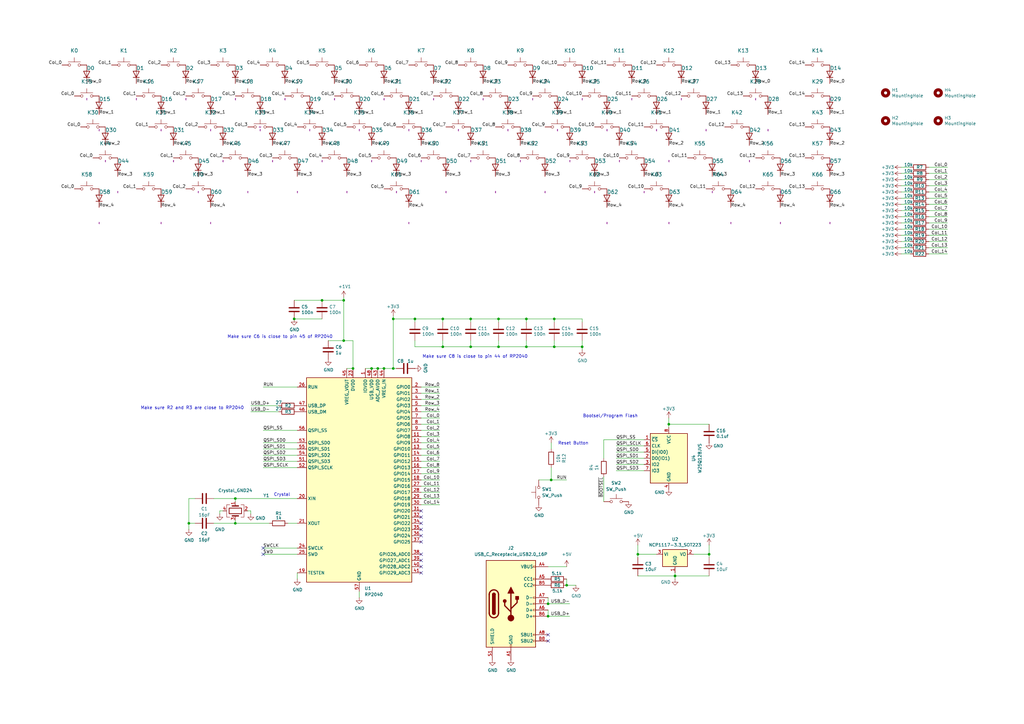
<source format=kicad_sch>
(kicad_sch (version 20231120) (generator "eeschema") (generator_version "8.0")
  (paper "A3")
  (title_block (date "2024-06-29 23:15") (comment 1 "Author: ") (comment 2 "Generated by klepcbgen.py v0.1"))
  (junction (at 161.29 130.81))
  (junction (at 226.06 196.85))
  (junction (at 140.97 123.19))
  (junction (at 215.9 142.24))
  (junction (at 204.47 130.81))
  (junction (at 96.52 214.63))
  (junction (at 276.86 236.22))
  (junction (at 77.47 214.63))
  (junction (at 96.52 204.47))
  (junction (at 227.33 142.24))
  (junction (at 238.76 142.24))
  (junction (at 261.62 227.33))
  (junction (at 170.18 130.81))
  (junction (at 290.83 227.33))
  (junction (at 227.33 130.81))
  (junction (at 215.9 130.81))
  (junction (at 154.94 151.13))
  (junction (at 224.79 247.65))
  (junction (at 152.4 151.13))
  (junction (at 157.48 151.13))
  (junction (at 161.29 151.13))
  (junction (at 193.04 130.81))
  (junction (at 274.32 173.99))
  (junction (at 204.47 142.24))
  (junction (at 224.79 252.73))
  (junction (at 120.65 130.81))
  (junction (at 140.97 139.7))
  (junction (at 232.41 240.03))
  (junction (at 181.61 130.81))
  (junction (at 144.78 151.13))
  (junction (at 132.08 123.19))
  (junction (at 193.04 142.24))
  (junction (at 181.61 142.24))
  (no_connect (at 172.72 232.41))
  (no_connect (at 172.72 229.87))
  (no_connect (at 172.72 234.95))
  (no_connect (at 172.72 222.25))
  (no_connect (at 172.72 227.33))
  (no_connect (at 107.95 224.79))
  (no_connect (at 172.72 209.55))
  (no_connect (at 172.72 217.17))
  (no_connect (at 172.72 212.09))
  (no_connect (at 172.72 214.63))
  (no_connect (at 107.95 227.33))
  (no_connect (at 224.79 262.89))
  (no_connect (at 172.72 219.71))
  (no_connect (at 224.79 260.35))
  (wire (pts (xy 224.79 247.65) (xy 233.68 247.65)))
  (wire (pts (xy 172.72 173.99) (xy 180.34 173.99)))
  (wire (pts (xy 157.48 151.13) (xy 161.29 151.13)))
  (wire (pts (xy 381 96.52) (xy 388.62 96.52)))
  (wire (pts (xy 172.72 204.47) (xy 180.34 204.47)))
  (wire (pts (xy 172.72 171.45) (xy 180.34 171.45)))
  (wire (pts (xy 381 71.12) (xy 388.62 71.12)))
  (wire (pts (xy 220.98 196.85) (xy 226.06 196.85)))
  (wire (pts (xy 369.57 78.74) (xy 373.38 78.74)))
  (wire (pts (xy 238.76 142.24) (xy 238.76 143.51)))
  (wire (pts (xy 144.78 139.7) (xy 144.78 151.13)))
  (wire (pts (xy 274.32 173.99) (xy 274.32 175.26)))
  (wire (pts (xy 172.72 196.85) (xy 180.34 196.85)))
  (wire (pts (xy 261.62 236.22) (xy 276.86 236.22)))
  (wire (pts (xy 107.95 158.75) (xy 121.92 158.75)))
  (wire (pts (xy 181.61 132.08) (xy 181.61 130.81)))
  (wire (pts (xy 107.95 181.61) (xy 121.92 181.61)))
  (wire (pts (xy 252.73 185.42) (xy 264.16 185.42)))
  (wire (pts (xy 121.92 227.33) (xy 107.95 227.33)))
  (wire (pts (xy 369.57 99.06) (xy 373.38 99.06)))
  (wire (pts (xy 369.57 76.2) (xy 373.38 76.2)))
  (wire (pts (xy 140.97 121.92) (xy 140.97 123.19)))
  (wire (pts (xy 252.73 187.96) (xy 264.16 187.96)))
  (wire (pts (xy 80.01 214.63) (xy 77.47 214.63)))
  (wire (pts (xy 121.92 176.53) (xy 107.95 176.53)))
  (wire (pts (xy 369.57 73.66) (xy 373.38 73.66)))
  (wire (pts (xy 107.95 186.69) (xy 121.92 186.69)))
  (wire (pts (xy 227.33 142.24) (xy 215.9 142.24)))
  (wire (pts (xy 261.62 223.52) (xy 261.62 227.33)))
  (wire (pts (xy 215.9 142.24) (xy 204.47 142.24)))
  (wire (pts (xy 91.44 209.55) (xy 90.17 209.55)))
  (wire (pts (xy 152.4 151.13) (xy 154.94 151.13)))
  (wire (pts (xy 118.11 214.63) (xy 121.92 214.63)))
  (wire (pts (xy 154.94 151.13) (xy 157.48 151.13)))
  (wire (pts (xy 193.04 130.81) (xy 204.47 130.81)))
  (wire (pts (xy 96.52 204.47) (xy 121.92 204.47)))
  (wire (pts (xy 252.73 190.5) (xy 264.16 190.5)))
  (wire (pts (xy 204.47 132.08) (xy 204.47 130.81)))
  (wire (pts (xy 381 101.6) (xy 388.62 101.6)))
  (wire (pts (xy 170.18 139.7) (xy 170.18 142.24)))
  (wire (pts (xy 369.57 101.6) (xy 373.38 101.6)))
  (wire (pts (xy 132.08 123.19) (xy 140.97 123.19)))
  (wire (pts (xy 172.72 184.15) (xy 180.34 184.15)))
  (wire (pts (xy 172.72 166.37) (xy 180.34 166.37)))
  (wire (pts (xy 102.87 210.82) (xy 102.87 209.55)))
  (wire (pts (xy 121.92 234.95) (xy 121.92 237.49)))
  (wire (pts (xy 134.62 139.7) (xy 140.97 139.7)))
  (wire (pts (xy 381 86.36) (xy 388.62 86.36)))
  (wire (pts (xy 226.06 196.85) (xy 232.41 196.85)))
  (wire (pts (xy 120.65 123.19) (xy 132.08 123.19)))
  (wire (pts (xy 140.97 123.19) (xy 140.97 139.7)))
  (wire (pts (xy 247.65 180.34) (xy 264.16 180.34)))
  (wire (pts (xy 172.72 161.29) (xy 180.34 161.29)))
  (wire (pts (xy 381 99.06) (xy 388.62 99.06)))
  (wire (pts (xy 181.61 130.81) (xy 193.04 130.81)))
  (wire (pts (xy 87.63 214.63) (xy 96.52 214.63)))
  (wire (pts (xy 227.33 132.08) (xy 227.33 130.81)))
  (wire (pts (xy 204.47 142.24) (xy 193.04 142.24)))
  (wire (pts (xy 290.83 173.99) (xy 274.32 173.99)))
  (wire (pts (xy 172.72 163.83) (xy 180.34 163.83)))
  (wire (pts (xy 215.9 132.08) (xy 215.9 130.81)))
  (wire (pts (xy 261.62 228.6) (xy 261.62 227.33)))
  (wire (pts (xy 140.97 139.7) (xy 144.78 139.7)))
  (wire (pts (xy 284.48 227.33) (xy 290.83 227.33)))
  (wire (pts (xy 238.76 132.08) (xy 238.76 130.81)))
  (wire (pts (xy 252.73 182.88) (xy 264.16 182.88)))
  (wire (pts (xy 369.57 81.28) (xy 373.38 81.28)))
  (wire (pts (xy 120.65 130.81) (xy 132.08 130.81)))
  (wire (pts (xy 381 91.44) (xy 388.62 91.44)))
  (wire (pts (xy 226.06 181.61) (xy 226.06 184.15)))
  (wire (pts (xy 369.57 91.44) (xy 373.38 91.44)))
  (wire (pts (xy 381 81.28) (xy 388.62 81.28)))
  (wire (pts (xy 87.63 204.47) (xy 96.52 204.47)))
  (wire (pts (xy 381 83.82) (xy 388.62 83.82)))
  (wire (pts (xy 172.72 168.91) (xy 180.34 168.91)))
  (wire (pts (xy 215.9 130.81) (xy 227.33 130.81)))
  (wire (pts (xy 121.92 191.77) (xy 107.95 191.77)))
  (wire (pts (xy 172.72 189.23) (xy 180.34 189.23)))
  (wire (pts (xy 172.72 158.75) (xy 180.34 158.75)))
  (wire (pts (xy 247.65 180.34) (xy 247.65 187.96)))
  (wire (pts (xy 224.79 252.73) (xy 233.68 252.73)))
  (wire (pts (xy 172.72 179.07) (xy 180.34 179.07)))
  (wire (pts (xy 215.9 139.7) (xy 215.9 142.24)))
  (wire (pts (xy 172.72 199.39) (xy 180.34 199.39)))
  (wire (pts (xy 274.32 171.45) (xy 274.32 173.99)))
  (wire (pts (xy 77.47 214.63) (xy 77.47 217.17)))
  (wire (pts (xy 226.06 191.77) (xy 226.06 196.85)))
  (wire (pts (xy 232.41 237.49) (xy 232.41 240.03)))
  (wire (pts (xy 170.18 132.08) (xy 170.18 130.81)))
  (wire (pts (xy 290.83 223.52) (xy 290.83 227.33)))
  (wire (pts (xy 193.04 132.08) (xy 193.04 130.81)))
  (wire (pts (xy 161.29 129.54) (xy 161.29 130.81)))
  (wire (pts (xy 107.95 184.15) (xy 121.92 184.15)))
  (wire (pts (xy 269.24 227.33) (xy 261.62 227.33)))
  (wire (pts (xy 227.33 130.81) (xy 238.76 130.81)))
  (wire (pts (xy 172.72 186.69) (xy 180.34 186.69)))
  (wire (pts (xy 204.47 139.7) (xy 204.47 142.24)))
  (wire (pts (xy 102.87 168.91) (xy 114.3 168.91)))
  (wire (pts (xy 381 68.58) (xy 388.62 68.58)))
  (wire (pts (xy 204.47 130.81) (xy 215.9 130.81)))
  (wire (pts (xy 290.83 227.33) (xy 290.83 228.6)))
  (wire (pts (xy 172.72 194.31) (xy 180.34 194.31)))
  (wire (pts (xy 238.76 139.7) (xy 238.76 142.24)))
  (wire (pts (xy 227.33 142.24) (xy 238.76 142.24)))
  (wire (pts (xy 369.57 88.9) (xy 373.38 88.9)))
  (wire (pts (xy 170.18 130.81) (xy 181.61 130.81)))
  (wire (pts (xy 149.86 151.13) (xy 152.4 151.13)))
  (wire (pts (xy 224.79 250.19) (xy 224.79 252.73)))
  (wire (pts (xy 369.57 96.52) (xy 373.38 96.52)))
  (wire (pts (xy 90.17 209.55) (xy 90.17 210.82)))
  (wire (pts (xy 102.87 209.55) (xy 101.6 209.55)))
  (wire (pts (xy 161.29 130.81) (xy 170.18 130.81)))
  (wire (pts (xy 102.87 166.37) (xy 114.3 166.37)))
  (wire (pts (xy 142.24 151.13) (xy 144.78 151.13)))
  (wire (pts (xy 369.57 104.14) (xy 373.38 104.14)))
  (wire (pts (xy 161.29 151.13) (xy 162.56 151.13)))
  (wire (pts (xy 369.57 86.36) (xy 373.38 86.36)))
  (wire (pts (xy 276.86 237.49) (xy 276.86 236.22)))
  (wire (pts (xy 369.57 93.98) (xy 373.38 93.98)))
  (wire (pts (xy 369.57 83.82) (xy 373.38 83.82)))
  (wire (pts (xy 172.72 207.01) (xy 180.34 207.01)))
  (wire (pts (xy 172.72 191.77) (xy 180.34 191.77)))
  (wire (pts (xy 236.22 240.03) (xy 232.41 240.03)))
  (wire (pts (xy 227.33 139.7) (xy 227.33 142.24)))
  (wire (pts (xy 96.52 214.63) (xy 110.49 214.63)))
  (wire (pts (xy 172.72 181.61) (xy 180.34 181.61)))
  (wire (pts (xy 224.79 245.11) (xy 224.79 247.65)))
  (wire (pts (xy 381 88.9) (xy 388.62 88.9)))
  (wire (pts (xy 193.04 139.7) (xy 193.04 142.24)))
  (wire (pts (xy 172.72 201.93) (xy 180.34 201.93)))
  (wire (pts (xy 381 73.66) (xy 388.62 73.66)))
  (wire (pts (xy 381 78.74) (xy 388.62 78.74)))
  (wire (pts (xy 247.65 195.58) (xy 247.65 205.74)))
  (wire (pts (xy 161.29 130.81) (xy 161.29 151.13)))
  (wire (pts (xy 381 76.2) (xy 388.62 76.2)))
  (wire (pts (xy 121.92 224.79) (xy 107.95 224.79)))
  (wire (pts (xy 252.73 193.04) (xy 264.16 193.04)))
  (wire (pts (xy 193.04 142.24) (xy 181.61 142.24)))
  (wire (pts (xy 276.86 236.22) (xy 290.83 236.22)))
  (wire (pts (xy 181.61 139.7) (xy 181.61 142.24)))
  (wire (pts (xy 77.47 204.47) (xy 77.47 214.63)))
  (wire (pts (xy 369.57 71.12) (xy 373.38 71.12)))
  (wire (pts (xy 369.57 68.58) (xy 373.38 68.58)))
  (wire (pts (xy 80.01 204.47) (xy 77.47 204.47)))
  (wire (pts (xy 381 104.14) (xy 388.62 104.14)))
  (wire (pts (xy 172.72 176.53) (xy 180.34 176.53)))
  (wire (pts (xy 181.61 142.24) (xy 170.18 142.24)))
  (wire (pts (xy 96.52 213.36) (xy 96.52 214.63)))
  (wire (pts (xy 147.32 242.57) (xy 147.32 245.11)))
  (wire (pts (xy 232.41 232.41) (xy 224.79 232.41)))
  (wire (pts (xy 381 93.98) (xy 388.62 93.98)))
  (wire (pts (xy 276.86 234.95) (xy 276.86 236.22)))
  (wire (pts (xy 107.95 189.23) (xy 121.92 189.23)))
  (wire (pts (xy 96.52 205.74) (xy 96.52 204.47)))
  (text "Make sure C8 is close to pin 44 of RP2040" (at 173.228 147.066 0) (effects (font (size 1.27 1.27)) (justify left bottom)))
  (text "Make sure C6 is close to pin 45 of RP2040" (at 93.218 138.938 0) (effects (font (size 1.27 1.27)) (justify left bottom)))
  (text "Reset Button" (at 228.854 182.626 0) (effects (font (size 1.27 1.27)) (justify left bottom)))
  (text "Crystal" (at 112.268 203.708 0) (effects (font (size 1.27 1.27)) (justify left bottom)))
  (text "Make sure R2 and R3 are close to RP2040" (at 57.658 168.148 0) (effects (font (size 1.27 1.27)) (justify left bottom)))
  (text "Bootsel/Program Flash" (at 239.014 171.45 0) (effects (font (size 1.27 1.27)) (justify left bottom)))
  (label "Col_2" (at 66.04 26.67 180))
  (label "Row_3" (at 340.36 72.39 0))
  (label "Col_2" (at 91.44 64.77 180))
  (label "Col_7" (at 388.62 86.36 180))
  (label "USB_D-" (at 102.87 168.91 0))
  (label "Row_2" (at 132.08 59.69 0))
  (label "Col_1" (at 71.12 64.77 180))
  (label "Row_0" (at 177.8 34.29 0))
  (label "Col_12" (at 297.18 52.07 180))
  (label "Col_3" (at 388.62 76.2 180))
  (label "Row_4" (at 180.34 168.91 180))
  (label "QSPI_SD3" (at 107.95 189.23 0))
  (label "Col_6" (at 157.48 39.37 180))
  (label "QSPI_SD1" (at 252.73 187.96 0))
  (label "Col_0" (at 25.4 26.67 180))
  (label "Col_0" (at 30.48 77.47 180))
  (label "Col_9" (at 223.52 52.07 180))
  (label "SWD" (at 107.95 227.33 0))
  (label "~{BOOTSEL}" (at 247.65 195.58 270))
  (label "Col_10" (at 264.16 77.47 180))
  (label "Col_14" (at 330.2 26.67 180))
  (label "Row_3" (at 81.28 72.39 0))
  (label "Col_4" (at 388.62 78.74 180))
  (label "Col_6" (at 147.32 26.67 180))
  (label "Row_0" (at 309.88 34.29 0))
  (label "Row_1" (at 180.34 161.29 180))
  (label "Col_10" (at 254 64.77 180))
  (label "QSPI_SD0" (at 252.73 185.42 0))
  (label "Row_3" (at 223.52 72.39 0))
  (label "Col_2" (at 76.2 39.37 180))
  (label "QSPI_SCLK" (at 107.95 191.77 0))
  (label "Col_12" (at 309.88 64.77 180))
  (label "Row_2" (at 274.32 59.69 0))
  (label "Row_4" (at 320.04 85.09 0))
  (label "Row_2" (at 307.34 59.69 0))
  (label "Col_0" (at 30.48 39.37 180))
  (label "Col_13" (at 388.62 101.6 180))
  (label "Row_2" (at 152.4 59.69 0))
  (label "Col_5" (at 388.62 81.28 180))
  (label "Col_8" (at 203.2 52.07 180))
  (label "Row_3" (at 182.88 72.39 0))
  (label "Row_2" (at 233.68 59.69 0))
  (label "USB_D+" (at 102.87 166.37 0))
  (label "Col_14" (at 180.34 207.01 180))
  (label "Col_5" (at 157.48 77.47 180))
  (label "Col_8" (at 180.34 191.77 180))
  (label "Col_10" (at 238.76 39.37 180))
  (label "Col_6" (at 388.62 83.82 180))
  (label "Col_6" (at 162.56 52.07 180))
  (label "Col_14" (at 388.62 104.14 180))
  (label "Col_0" (at 33.02 52.07 180))
  (label "Row_1" (at 86.36 46.99 0))
  (label "Col_3" (at 180.34 179.07 180))
  (label "QSPI_SS" (at 252.73 180.34 0))
  (label "Row_1" (at 269.24 46.99 0))
  (label "Row_3" (at 101.6 72.39 0))
  (label "Col_11" (at 264.16 52.07 180))
  (label "Col_2" (at 81.28 52.07 180))
  (label "Col_14" (at 330.2 39.37 180))
  (label "Row_2" (at 193.04 59.69 0))
  (label "Row_1" (at 187.96 46.99 0))
  (label "Row_4" (at 86.36 85.09 0))
  (label "Col_5" (at 152.4 64.77 180))
  (label "Row_4" (at 167.64 85.09 0))
  (label "Row_1" (at 228.6 46.99 0))
  (label "Col_10" (at 243.84 52.07 180))
  (label "Col_12" (at 269.24 26.67 180))
  (label "Row_2" (at 172.72 59.69 0))
  (label "Row_2" (at 213.36 59.69 0))
  (label "Row_1" (at 147.32 46.99 0))
  (label "Col_9" (at 180.34 194.31 180))
  (label "Row_2" (at 43.18 59.69 0))
  (label "Row_3" (at 162.56 72.39 0))
  (label "Col_4" (at 121.92 52.07 180))
  (label "Col_11" (at 180.34 199.39 180))
  (label "Col_6" (at 180.34 186.69 180))
  (label "Col_12" (at 279.4 39.37 180))
  (label "Row_1" (at 289.56 46.99 0))
  (label "Row_3" (at 180.34 166.37 180))
  (label "Col_10" (at 388.62 93.98 180))
  (label "Row_0" (at 180.34 158.75 180))
  (label "Row_0" (at 218.44 34.29 0))
  (label "Col_1" (at 388.62 71.12 180))
  (label "Row_4" (at 40.64 85.09 0))
  (label "QSPI_SD0" (at 107.95 181.61 0))
  (label "Col_12" (at 180.34 201.93 180))
  (label "Col_7" (at 167.64 26.67 180))
  (label "Row_2" (at 340.36 59.69 0))
  (label "Col_0" (at 180.34 171.45 180))
  (label "Row_2" (at 111.76 59.69 0))
  (label "Col_9" (at 238.76 77.47 180))
  (label "USB_D-" (at 233.68 247.65 180))
  (label "Col_11" (at 259.08 39.37 180))
  (label "Row_0" (at 157.48 34.29 0))
  (label "Row_3" (at 243.84 72.39 0))
  (label "Col_5" (at 142.24 52.07 180))
  (label "Col_1" (at 55.88 77.47 180))
  (label "Col_7" (at 177.8 39.37 180))
  (label "Col_2" (at 76.2 77.47 180))
  (label "Row_4" (at 340.36 85.09 0))
  (label "Row_3" (at 264.16 72.39 0))
  (label "Row_1" (at 106.68 46.99 0))
  (label "Col_7" (at 193.04 64.77 180))
  (label "Row_0" (at 340.36 34.29 0))
  (label "Col_8" (at 198.12 39.37 180))
  (label "Col_13" (at 304.8 39.37 180))
  (label "Col_9" (at 388.62 91.44 180))
  (label "Row_0" (at 259.08 34.29 0))
  (label "Col_0" (at 38.1 64.77 180))
  (label "Col_6" (at 172.72 64.77 180))
  (label "Col_9" (at 208.28 26.67 180))
  (label "Row_0" (at 137.16 34.29 0))
  (label "Row_4" (at 299.72 85.09 0))
  (label "Col_1" (at 55.88 39.37 180))
  (label "Col_13" (at 330.2 77.47 180))
  (label "QSPI_SD2" (at 107.95 186.69 0))
  (label "Col_3" (at 96.52 39.37 180))
  (label "Col_8" (at 213.36 64.77 180))
  (label "Row_2" (at 180.34 163.83 180))
  (label "Row_3" (at 142.24 72.39 0))
  (label "Row_3" (at 203.2 72.39 0))
  (label "Col_12" (at 388.62 99.06 180))
  (label "QSPI_SD3" (at 252.73 193.04 0))
  (label "Col_11" (at 248.92 26.67 180))
  (label "Row_0" (at 238.76 34.29 0))
  (label "Row_1" (at 40.64 46.99 0))
  (label "Row_4" (at 274.32 85.09 0))
  (label "Row_3" (at 121.92 72.39 0))
  (label "Row_0" (at 55.88 34.29 0))
  (label "Row_1" (at 340.36 46.99 0))
  (label "Row_0" (at 116.84 34.29 0))
  (label "Row_1" (at 314.96 46.99 0))
  (label "Row_0" (at 198.12 34.29 0))
  (label "Row_1" (at 208.28 46.99 0))
  (label "Col_2" (at 388.62 73.66 180))
  (label "Row_0" (at 35.56 34.29 0))
  (label "Col_3" (at 111.76 64.77 180))
  (label "Col_4" (at 116.84 39.37 180))
  (label "Row_3" (at 292.1 72.39 0))
  (label "Row_2" (at 71.12 59.69 0))
  (label "Col_5" (at 137.16 39.37 180))
  (label "Row_4" (at 66.04 85.09 0))
  (label "USB_D+" (at 233.68 252.73 180))
  (label "Col_1" (at 60.96 52.07 180))
  (label "Col_10" (at 228.6 26.67 180))
  (label "Col_13" (at 330.2 52.07 180))
  (label "Row_2" (at 91.44 59.69 0))
  (label "Col_8" (at 187.96 26.67 180))
  (label "Col_7" (at 182.88 52.07 180))
  (label "Col_1" (at 180.34 173.99 180))
  (label "Row_1" (at 248.92 46.99 0))
  (label "Row_4" (at 248.92 85.09 0))
  (label "Col_9" (at 233.68 64.77 180))
  (label "Col_11" (at 289.56 77.47 180))
  (label "Col_8" (at 388.62 88.9 180))
  (label "Col_1" (at 45.72 26.67 180))
  (label "QSPI_SS" (at 107.95 176.53 0))
  (label "Row_3" (at 48.26 72.39 0))
  (label "Col_12" (at 309.88 77.47 180))
  (label "Col_11" (at 281.94 64.77 180))
  (label "QSPI_SCLK" (at 252.73 182.88 0))
  (label "Col_9" (at 218.44 39.37 180))
  (label "Row_0" (at 76.2 34.29 0))
  (label "Col_3" (at 86.36 26.67 180))
  (label "QSPI_SD2" (at 252.73 190.5 0))
  (label "Col_13" (at 299.72 26.67 180))
  (label "Row_0" (at 279.4 34.29 0))
  (label "Row_3" (at 320.04 72.39 0))
  (label "Col_4" (at 180.34 181.61 180))
  (label "Col_0" (at 388.62 68.58 180))
  (label "Col_2" (at 180.34 176.53 180))
  (label "Col_5" (at 180.34 184.15 180))
  (label "Row_1" (at 167.64 46.99 0))
  (label "Col_13" (at 330.2 64.77 180))
  (label "Row_0" (at 96.52 34.29 0))
  (label "SWCLK" (at 107.95 224.79 0))
  (label "Col_10" (at 180.34 196.85 180))
  (label "Col_5" (at 127 26.67 180))
  (label "Col_13" (at 180.34 204.47 180))
  (label "QSPI_SD1" (at 107.95 184.15 0))
  (label "Col_3" (at 101.6 52.07 180))
  (label "Row_1" (at 127 46.99 0))
  (label "RUN" (at 232.41 196.85 180))
  (label "Col_4" (at 132.08 64.77 180))
  (label "RUN" (at 107.95 158.75 0))
  (label "Col_7" (at 180.34 189.23 180))
  (label "Col_11" (at 388.62 96.52 180))
  (label "Row_2" (at 254 59.69 0))
  (label "Col_4" (at 106.68 26.67 180))
  (label "Row_1" (at 66.04 46.99 0))
  (symbol (lib_id "Mechanical:MountingHole") (at 363.22 49.53 0) (unit 1)
    (property "Reference" "H2" (at 365.76 48.3616 0) (effects (justify left)))
    (property "Value" "MountingHole" (at 365.76 50.673 0) (effects (justify left)))
    (property "Footprint" "MountingHole:MountingHole_3.2mm_M3_DIN965" (effects (hide yes)))
  )
  (symbol (lib_id "Mechanical:MountingHole") (at 363.22 38.1 0) (unit 1)
    (property "Reference" "H1" (at 365.76 36.9316 0) (effects (justify left)))
    (property "Value" "MountingHole" (at 365.76 39.243 0) (effects (justify left)))
    (property "Footprint" "MountingHole:MountingHole_3.2mm_M3_DIN965" (effects (hide yes)))
  )
  (symbol (lib_id "Mechanical:MountingHole") (at 384.81 38.1 0) (unit 1)
    (property "Reference" "H4" (at 387.35 36.9316 0) (effects (justify left)))
    (property "Value" "MountingHole" (at 387.35 39.243 0) (effects (justify left)))
    (property "Footprint" "MountingHole:MountingHole_3.2mm_M3_DIN965" (effects (hide yes)))
  )
  (symbol (lib_id "Mechanical:MountingHole") (at 384.81 49.53 0) (unit 1)
    (property "Reference" "H3" (at 387.35 48.3616 0) (effects (justify left)))
    (property "Value" "MountingHole" (at 387.35 50.673 0) (effects (justify left)))
    (property "Footprint" "MountingHole:MountingHole_3.2mm_M3_DIN965" (effects (hide yes)))
  )
  (symbol (lib_id "Device:D") (at 66.04 81.28 90) (unit 1)
    (property "Reference" "D59" (at 66.04 78.74 90) (effects (font (size 1.524 1.524)) (justify right)))
    (property "Value" "D" (effects (hide yes)))
    (property "Footprint" "Diode_SMD:D_0805_2012Metric_Pad1.15x1.40mm_HandSolder" (effects (hide yes)))
    (property "Datasheet" "~" (at 66.04 91.44 0) (effects (font (size 1.524 1.524))))
    (property "Description" "Diode" (effects (hide yes)))
    (property "Sim.Device" "D" (effects (hide yes)))
    (property "Sim.Pins" "1=K 2=A" (effects (hide yes)))
  )
  (symbol (lib_id "Device:D") (at 157.48 30.48 90) (unit 1)
    (property "Reference" "D6" (at 157.48 27.94 90) (effects (font (size 1.524 1.524)) (justify right)))
    (property "Value" "D" (effects (hide yes)))
    (property "Footprint" "Diode_SMD:D_0805_2012Metric_Pad1.15x1.40mm_HandSolder" (effects (hide yes)))
    (property "Datasheet" "~" (at 157.48 40.64 0) (effects (font (size 1.524 1.524))))
    (property "Description" "Diode" (effects (hide yes)))
    (property "Sim.Device" "D" (effects (hide yes)))
    (property "Sim.Pins" "1=K 2=A" (effects (hide yes)))
  )
  (symbol (lib_id "Device:C") (at 134.62 143.51 0) (unit 1)
    (property "Reference" "C6" (at 137.541 142.3416 0) (effects (justify left)))
    (property "Value" "1u" (at 137.541 144.653 0) (effects (justify left)))
    (property "Footprint" "Capacitor_SMD:C_0402_1005Metric" (effects (hide yes)))
  )
  (symbol (lib_id "Switch:SW_Push") (at 66.04 52.07 0) (unit 1)
    (property "Reference" "K31" (at 66.04 46.1518 0) (effects (font (size 1.524 1.524))))
    (property "Value" "A" (effects (hide yes)))
    (property "Footprint" "Button_Switch_Keyboard:SW_Cherry_MX_1.00u_PCB" (effects (hide yes)))
  )
  (symbol (lib_id "Switch:SW_Push") (at 243.84 39.37 0) (unit 1)
    (property "Reference" "K25" (at 243.84 33.4518 0) (effects (font (size 1.524 1.524))))
    (property "Value" "P" (effects (hide yes)))
    (property "Footprint" "Button_Switch_Keyboard:SW_Cherry_MX_1.00u_PCB" (effects (hide yes)))
  )
  (symbol (lib_id "Device:D") (at 76.2 30.48 90) (unit 1)
    (property "Reference" "D2" (at 76.2 27.94 90) (effects (font (size 1.524 1.524)) (justify right)))
    (property "Value" "D" (effects (hide yes)))
    (property "Footprint" "Diode_SMD:D_0805_2012Metric_Pad1.15x1.40mm_HandSolder" (effects (hide yes)))
    (property "Datasheet" "~" (at 76.2 40.64 0) (effects (font (size 1.524 1.524))))
    (property "Description" "Diode" (effects (hide yes)))
    (property "Sim.Device" "D" (effects (hide yes)))
    (property "Sim.Pins" "1=K 2=A" (effects (hide yes)))
  )
  (symbol (lib_id "Device:D") (at 264.16 68.58 90) (unit 1)
    (property "Reference" "D54" (at 264.16 66.04 90) (effects (font (size 1.524 1.524)) (justify right)))
    (property "Value" "D" (effects (hide yes)))
    (property "Footprint" "Diode_SMD:D_0805_2012Metric_Pad1.15x1.40mm_HandSolder" (effects (hide yes)))
    (property "Datasheet" "~" (at 264.16 78.74 0) (effects (font (size 1.524 1.524))))
    (property "Description" "Diode" (effects (hide yes)))
    (property "Sim.Device" "D" (effects (hide yes)))
    (property "Sim.Pins" "1=K 2=A" (effects (hide yes)))
  )
  (symbol (lib_id "Switch:SW_Push") (at 228.6 52.07 0) (unit 1)
    (property "Reference" "K39" (at 228.6 46.1518 0) (effects (font (size 1.524 1.524))))
    (property "Value" "L" (effects (hide yes)))
    (property "Footprint" "Button_Switch_Keyboard:SW_Cherry_MX_1.00u_PCB" (effects (hide yes)))
  )
  (symbol (lib_id "Device:D") (at 203.2 68.58 90) (unit 1)
    (property "Reference" "D51" (at 203.2 66.04 90) (effects (font (size 1.524 1.524)) (justify right)))
    (property "Value" "D" (effects (hide yes)))
    (property "Footprint" "Diode_SMD:D_0805_2012Metric_Pad1.15x1.40mm_HandSolder" (effects (hide yes)))
    (property "Datasheet" "~" (at 203.2 78.74 0) (effects (font (size 1.524 1.524))))
    (property "Description" "Diode" (effects (hide yes)))
    (property "Sim.Device" "D" (effects (hide yes)))
    (property "Sim.Pins" "1=K 2=A" (effects (hide yes)))
  )
  (symbol (lib_id "Device:R") (at 377.19 88.9 270) (unit 1)
    (property "Reference" "R16" (at 377.19 88.9 90))
    (property "Value" "10k" (at 372.618 87.884 90))
    (property "Footprint" "Resistor_THT:R_Axial_DIN0309_L9.0mm_D3.2mm_P15.24mm_Horizontal" (effects (hide yes)))
  )
  (symbol (lib_id "Device:D") (at 147.32 43.18 90) (unit 1)
    (property "Reference" "D20" (at 147.32 40.64 90) (effects (font (size 1.524 1.524)) (justify right)))
    (property "Value" "D" (effects (hide yes)))
    (property "Footprint" "Diode_SMD:D_0805_2012Metric_Pad1.15x1.40mm_HandSolder" (effects (hide yes)))
    (property "Datasheet" "~" (at 147.32 53.34 0) (effects (font (size 1.524 1.524))))
    (property "Description" "Diode" (effects (hide yes)))
    (property "Sim.Device" "D" (effects (hide yes)))
    (property "Sim.Pins" "1=K 2=A" (effects (hide yes)))
  )
  (symbol (lib_id "Switch:SW_Push") (at 335.28 39.37 0) (unit 1)
    (property "Reference" "K29" (at 335.28 33.4518 0) (effects (font (size 1.524 1.524))))
    (property "Value" "PgUp" (effects (hide yes)))
    (property "Footprint" "Button_Switch_Keyboard:SW_Cherry_MX_1.00u_PCB" (effects (hide yes)))
  )
  (symbol (lib_id "Device:D") (at 269.24 43.18 90) (unit 1)
    (property "Reference" "D26" (at 269.24 40.64 90) (effects (font (size 1.524 1.524)) (justify right)))
    (property "Value" "D" (effects (hide yes)))
    (property "Footprint" "Diode_SMD:D_0805_2012Metric_Pad1.15x1.40mm_HandSolder" (effects (hide yes)))
    (property "Datasheet" "~" (at 269.24 53.34 0) (effects (font (size 1.524 1.524))))
    (property "Description" "Diode" (effects (hide yes)))
    (property "Sim.Device" "D" (effects (hide yes)))
    (property "Sim.Pins" "1=K 2=A" (effects (hide yes)))
  )
  (symbol (lib_id "power:+3V3") (at 369.57 91.44 90) (unit 1)
    (property "Reference" "#PWR034" (effects (hide yes)))
    (property "Value" "+3V3" (at 361.442 91.44 90) (effects (justify right)))
  )
  (symbol (lib_id "Switch:SW_Push") (at 269.24 52.07 0) (unit 1)
    (property "Reference" "K41" (at 269.24 46.1518 0) (effects (font (size 1.524 1.524))))
    (property "Value" "\",'" (effects (hide yes)))
    (property "Footprint" "Button_Switch_Keyboard:SW_Cherry_MX_1.00u_PCB" (effects (hide yes)))
  )
  (symbol (lib_id "Switch:SW_Push") (at 147.32 52.07 0) (unit 1)
    (property "Reference" "K35" (at 147.32 46.1518 0) (effects (font (size 1.524 1.524))))
    (property "Value" "G" (effects (hide yes)))
    (property "Footprint" "Button_Switch_Keyboard:SW_Cherry_MX_1.00u_PCB" (effects (hide yes)))
  )
  (symbol (lib_id "Switch:SW_Push") (at 233.68 26.67 0) (unit 1)
    (property "Reference" "K10" (at 233.68 20.7518 0) (effects (font (size 1.524 1.524))))
    (property "Value" "),0" (effects (hide yes)))
    (property "Footprint" "Button_Switch_Keyboard:SW_Cherry_MX_1.00u_PCB" (effects (hide yes)))
  )
  (symbol (lib_id "Device:R") (at 377.19 96.52 270) (unit 1)
    (property "Reference" "R19" (at 377.19 96.52 90))
    (property "Value" "10k" (at 372.618 95.504 90))
    (property "Footprint" "Resistor_THT:R_Axial_DIN0309_L9.0mm_D3.2mm_P15.24mm_Horizontal" (effects (hide yes)))
  )
  (symbol (lib_id "Switch:SW_Push") (at 50.8 26.67 0) (unit 1)
    (property "Reference" "K1" (at 50.8 20.7518 0) (effects (font (size 1.524 1.524))))
    (property "Value" "!,1" (effects (hide yes)))
    (property "Footprint" "Button_Switch_Keyboard:SW_Cherry_MX_1.00u_PCB" (effects (hide yes)))
  )
  (symbol (lib_id "Device:C") (at 193.04 135.89 0) (unit 1)
    (property "Reference" "C11" (at 195.961 134.7216 0) (effects (justify left)))
    (property "Value" "100n" (at 195.961 137.033 0) (effects (justify left)))
    (property "Footprint" "Capacitor_SMD:C_0603_1608Metric" (effects (hide yes)))
  )
  (symbol (lib_id "power:GND") (at 147.32 245.11 0) (unit 1)
    (property "Reference" "#PWR013" (effects (hide yes)))
    (property "Value" "GND" (at 147.447 249.5042 0))
    (property "Description" "Power symbol creates a global label with name \"GND\" , ground" (effects (hide yes)))
  )
  (symbol (lib_id "Device:D") (at 137.16 30.48 90) (unit 1)
    (property "Reference" "D5" (at 137.16 27.94 90) (effects (font (size 1.524 1.524)) (justify right)))
    (property "Value" "D" (effects (hide yes)))
    (property "Footprint" "Diode_SMD:D_0805_2012Metric_Pad1.15x1.40mm_HandSolder" (effects (hide yes)))
    (property "Datasheet" "~" (at 137.16 40.64 0) (effects (font (size 1.524 1.524))))
    (property "Description" "Diode" (effects (hide yes)))
    (property "Sim.Device" "D" (effects (hide yes)))
    (property "Sim.Pins" "1=K 2=A" (effects (hide yes)))
  )
  (symbol (lib_id "power:GND") (at 201.93 270.51 0) (unit 1)
    (property "Reference" "#PWR018" (effects (hide yes)))
    (property "Value" "GND" (at 202.057 274.9042 0))
    (property "Description" "Power symbol creates a global label with name \"GND\" , ground" (effects (hide yes)))
  )
  (symbol (lib_id "Device:D") (at 66.04 43.18 90) (unit 1)
    (property "Reference" "D16" (at 66.04 40.64 90) (effects (font (size 1.524 1.524)) (justify right)))
    (property "Value" "D" (effects (hide yes)))
    (property "Footprint" "Diode_SMD:D_0805_2012Metric_Pad1.15x1.40mm_HandSolder" (effects (hide yes)))
    (property "Datasheet" "~" (at 66.04 53.34 0) (effects (font (size 1.524 1.524))))
    (property "Description" "Diode" (effects (hide yes)))
    (property "Sim.Device" "D" (effects (hide yes)))
    (property "Sim.Pins" "1=K 2=A" (effects (hide yes)))
  )
  (symbol (lib_id "Device:D") (at 48.26 68.58 90) (unit 1)
    (property "Reference" "D44" (at 48.26 66.04 90) (effects (font (size 1.524 1.524)) (justify right)))
    (property "Value" "D" (effects (hide yes)))
    (property "Footprint" "Diode_SMD:D_0805_2012Metric_Pad1.15x1.40mm_HandSolder" (effects (hide yes)))
    (property "Datasheet" "~" (at 48.26 78.74 0) (effects (font (size 1.524 1.524))))
    (property "Description" "Diode" (effects (hide yes)))
    (property "Sim.Device" "D" (effects (hide yes)))
    (property "Sim.Pins" "1=K 2=A" (effects (hide yes)))
  )
  (symbol (lib_id "Switch:SW_Push") (at 284.48 39.37 0) (unit 1)
    (property "Reference" "K27" (at 284.48 33.4518 0) (effects (font (size 1.524 1.524))))
    (property "Value" "},]" (effects (hide yes)))
    (property "Footprint" "Button_Switch_Keyboard:SW_Cherry_MX_1.00u_PCB" (effects (hide yes)))
  )
  (symbol (lib_id "Device:C") (at 166.37 151.13 90) (unit 1)
    (property "Reference" "C8" (at 165.608 148.082 90) (effects (justify left)))
    (property "Value" "1u" (at 169.672 148.082 90) (effects (justify left)))
    (property "Footprint" "Capacitor_SMD:C_0402_1005Metric" (effects (hide yes)))
  )
  (symbol (lib_id "power:GND") (at 274.32 200.66 0) (unit 1)
    (property "Reference" "#PWR023" (effects (hide yes)))
    (property "Value" "GND" (at 270.51 201.93 0))
    (property "Description" "Power symbol creates a global label with name \"GND\" , ground" (effects (hide yes)))
  )
  (symbol (lib_id "Switch:SW_Push") (at 106.68 52.07 0) (unit 1)
    (property "Reference" "K33" (at 106.68 46.1518 0) (effects (font (size 1.524 1.524))))
    (property "Value" "D" (effects (hide yes)))
    (property "Footprint" "Button_Switch_Keyboard:SW_Cherry_MX_1.00u_PCB" (effects (hide yes)))
    (property "Datasheet" "~" (at 106.68 52.07 0) (effects (font (size 1.524 1.524))))
    (property "Description" "Push button switch, generic, two pins" (effects (hide yes)))
  )
  (symbol (lib_id "Switch:SW_Push") (at 127 52.07 0) (unit 1)
    (property "Reference" "K34" (at 127 46.1518 0) (effects (font (size 1.524 1.524))))
    (property "Value" "F" (effects (hide yes)))
    (property "Footprint" "Button_Switch_Keyboard:SW_Cherry_MX_1.00u_PCB" (effects (hide yes)))
  )
  (symbol (lib_id "Device:R") (at 377.19 91.44 270) (unit 1)
    (property "Reference" "R17" (at 377.19 91.44 90))
    (property "Value" "10k" (at 372.618 90.424 90))
    (property "Footprint" "Resistor_THT:R_Axial_DIN0309_L9.0mm_D3.2mm_P15.24mm_Horizontal" (effects (hide yes)))
  )
  (symbol (lib_id "Device:D") (at 340.36 68.58 90) (unit 1)
    (property "Reference" "D57" (at 340.36 66.04 90) (effects (font (size 1.524 1.524)) (justify right)))
    (property "Value" "D" (effects (hide yes)))
    (property "Footprint" "Diode_SMD:D_0805_2012Metric_Pad1.15x1.40mm_HandSolder" (effects (hide yes)))
    (property "Datasheet" "~" (at 340.36 78.74 0) (effects (font (size 1.524 1.524))))
    (property "Description" "Diode" (effects (hide yes)))
    (property "Sim.Device" "D" (effects (hide yes)))
    (property "Sim.Pins" "1=K 2=A" (effects (hide yes)))
  )
  (symbol (lib_id "power:+3V3") (at 369.57 76.2 90) (unit 1)
    (property "Reference" "#PWR028" (effects (hide yes)))
    (property "Value" "+3V3" (at 361.442 76.2 90) (effects (justify right)))
  )
  (symbol (lib_id "Device:D") (at 307.34 55.88 90) (unit 1)
    (property "Reference" "D42" (at 307.34 53.34 90) (effects (font (size 1.524 1.524)) (justify right)))
    (property "Value" "D" (effects (hide yes)))
    (property "Footprint" "Diode_SMD:D_0805_2012Metric_Pad1.15x1.40mm_HandSolder" (effects (hide yes)))
    (property "Datasheet" "~" (at 307.34 66.04 0) (effects (font (size 1.524 1.524))))
    (property "Description" "Diode" (effects (hide yes)))
    (property "Sim.Device" "D" (effects (hide yes)))
    (property "Sim.Pins" "1=K 2=A" (effects (hide yes)))
  )
  (symbol (lib_id "Device:R") (at 377.19 101.6 270) (unit 1)
    (property "Reference" "R21" (at 377.19 101.6 90))
    (property "Value" "10k" (at 372.618 100.584 90))
    (property "Footprint" "Resistor_THT:R_Axial_DIN0309_L9.0mm_D3.2mm_P15.24mm_Horizontal" (effects (hide yes)))
  )
  (symbol (lib_id "Device:R") (at 377.19 68.58 270) (unit 1)
    (property "Reference" "R7" (at 377.19 68.58 90))
    (property "Value" "10k" (at 372.618 67.564 90))
    (property "Footprint" "Resistor_THT:R_Axial_DIN0309_L9.0mm_D3.2mm_P15.24mm_Horizontal" (effects (hide yes)))
  )
  (symbol (lib_id "Device:D") (at 340.36 55.88 90) (unit 1)
    (property "Reference" "D43" (at 340.36 53.34 90) (effects (font (size 1.524 1.524)) (justify right)))
    (property "Value" "D" (effects (hide yes)))
    (property "Footprint" "Diode_SMD:D_0805_2012Metric_Pad1.15x1.40mm_HandSolder" (effects (hide yes)))
    (property "Datasheet" "~" (at 340.36 66.04 0) (effects (font (size 1.524 1.524))))
    (property "Description" "Diode" (effects (hide yes)))
    (property "Sim.Device" "D" (effects (hide yes)))
    (property "Sim.Pins" "1=K 2=A" (effects (hide yes)))
  )
  (symbol (lib_id "power:+3V3") (at 369.57 71.12 90) (unit 1)
    (property "Reference" "#PWR026" (effects (hide yes)))
    (property "Value" "+3V3" (at 361.442 71.12 90) (effects (justify right)))
  )
  (symbol (lib_id "power:GND") (at 209.55 270.51 0) (unit 1)
    (property "Reference" "#PWR019" (effects (hide yes)))
    (property "Value" "GND" (at 209.677 274.9042 0))
    (property "Description" "Power symbol creates a global label with name \"GND\" , ground" (effects (hide yes)))
  )
  (symbol (lib_id "Device:R") (at 228.6 240.03 90) (unit 1)
    (property "Reference" "R6" (at 228.6 240.03 90))
    (property "Value" "5.1k" (at 228.6 242.316 90))
    (property "Footprint" "Resistor_SMD:R_0603_1608Metric" (effects (hide yes)))
    (property "Description" "Resistor" (effects (hide yes)))
  )
  (symbol (lib_id "Device:D") (at 167.64 43.18 90) (unit 1)
    (property "Reference" "D21" (at 167.64 40.64 90) (effects (font (size 1.524 1.524)) (justify right)))
    (property "Value" "D" (effects (hide yes)))
    (property "Footprint" "Diode_SMD:D_0805_2012Metric_Pad1.15x1.40mm_HandSolder" (effects (hide yes)))
    (property "Datasheet" "~" (at 167.64 53.34 0) (effects (font (size 1.524 1.524))))
    (property "Description" "Diode" (effects (hide yes)))
    (property "Sim.Device" "D" (effects (hide yes)))
    (property "Sim.Pins" "1=K 2=A" (effects (hide yes)))
  )
  (symbol (lib_id "Memory_Flash:W25Q128JVS") (at 274.32 187.96 0) (unit 1)
    (property "Reference" "U4" (at 284.48 187.96 90))
    (property "Value" "W25Q128JVS" (at 287.02 187.96 90))
    (property "Footprint" "Package_SO:SOIC-8_5.23x5.23mm_P1.27mm" (effects (hide yes)))
    (property "Datasheet" "http://www.winbond.com/resource-files/w25q128jv_dtr%20revc%2003272018%20plus.pdf" (effects (hide yes)))
    (property "Description" "128Mb Serial Flash Memory, Standard/Dual/Quad SPI, SOIC-8" (effects (hide yes)))
  )
  (symbol (lib_id "Device:D") (at 116.84 30.48 90) (unit 1)
    (property "Reference" "D4" (at 116.84 27.94 90) (effects (font (size 1.524 1.524)) (justify right)))
    (property "Value" "D" (effects (hide yes)))
    (property "Footprint" "Diode_SMD:D_0805_2012Metric_Pad1.15x1.40mm_HandSolder" (effects (hide yes)))
    (property "Datasheet" "~" (at 116.84 40.64 0) (effects (font (size 1.524 1.524))))
    (property "Description" "Diode" (effects (hide yes)))
    (property "Sim.Device" "D" (effects (hide yes)))
    (property "Sim.Pins" "1=K 2=A" (effects (hide yes)))
  )
  (symbol (lib_id "Device:D") (at 218.44 30.48 90) (unit 1)
    (property "Reference" "D9" (at 218.44 27.94 90) (effects (font (size 1.524 1.524)) (justify right)))
    (property "Value" "D" (effects (hide yes)))
    (property "Footprint" "Diode_SMD:D_0805_2012Metric_Pad1.15x1.40mm_HandSolder" (effects (hide yes)))
    (property "Datasheet" "~" (at 218.44 40.64 0) (effects (font (size 1.524 1.524))))
    (property "Description" "Diode" (effects (hide yes)))
    (property "Sim.Device" "D" (effects (hide yes)))
    (property "Sim.Pins" "1=K 2=A" (effects (hide yes)))
  )
  (symbol (lib_id "Switch:SW_Push") (at 121.92 39.37 0) (unit 1)
    (property "Reference" "K19" (at 121.92 33.4518 0) (effects (font (size 1.524 1.524))))
    (property "Value" "R" (effects (hide yes)))
    (property "Footprint" "Button_Switch_Keyboard:SW_Cherry_MX_1.00u_PCB" (effects (hide yes)))
  )
  (symbol (lib_id "Switch:SW_Push") (at 287.02 64.77 0) (unit 1)
    (property "Reference" "K55" (at 287.02 58.8518 0) (effects (font (size 1.524 1.524))))
    (property "Value" "Shift" (effects (hide yes)))
    (property "Footprint" "Button_Switch_Keyboard:SW_Cherry_MX_1.75u_PCB" (effects (hide yes)))
  )
  (symbol (lib_id "Switch:SW_Push") (at 116.84 64.77 0) (unit 1)
    (property "Reference" "K47" (at 116.84 58.8518 0) (effects (font (size 1.524 1.524))))
    (property "Value" "C" (effects (hide yes)))
    (property "Footprint" "Button_Switch_Keyboard:SW_Cherry_MX_1.00u_PCB" (effects (hide yes)))
  )
  (symbol (lib_id "Device:C") (at 132.08 127 0) (unit 1)
    (property "Reference" "C7" (at 135.001 125.8316 0) (effects (justify left)))
    (property "Value" "100n" (at 135.001 128.143 0) (effects (justify left)))
    (property "Footprint" "Capacitor_SMD:C_0402_1005Metric" (effects (hide yes)))
  )
  (symbol (lib_id "Device:R") (at 377.19 73.66 270) (unit 1)
    (property "Reference" "R9" (at 377.19 73.66 90))
    (property "Value" "10k" (at 372.618 72.644 90))
    (property "Footprint" "Resistor_THT:R_Axial_DIN0309_L9.0mm_D3.2mm_P15.24mm_Horizontal" (effects (hide yes)))
  )
  (symbol (lib_id "Device:R") (at 377.19 81.28 270) (unit 1)
    (property "Reference" "R13" (at 377.19 81.28 90))
    (property "Value" "10k" (at 372.618 80.264 90))
    (property "Footprint" "Resistor_THT:R_Axial_DIN0309_L9.0mm_D3.2mm_P15.24mm_Horizontal" (effects (hide yes)))
  )
  (symbol (lib_id "Switch:SW_Push") (at 248.92 52.07 0) (unit 1)
    (property "Reference" "K40" (at 248.92 46.1518 0) (effects (font (size 1.524 1.524))))
    (property "Value" ":,;" (effects (hide yes)))
    (property "Footprint" "Button_Switch_Keyboard:SW_Cherry_MX_1.00u_PCB" (effects (hide yes)))
  )
  (symbol (lib_id "power:+5V") (at 232.41 232.41 0) (unit 1)
    (property "Reference" "#PWR01" (effects (hide yes)))
    (property "Value" "+5V" (at 232.41 227.33 0))
  )
  (symbol (lib_id "Device:D") (at 172.72 55.88 90) (unit 1)
    (property "Reference" "D36" (at 172.72 53.34 90) (effects (font (size 1.524 1.524)) (justify right)))
    (property "Value" "D" (effects (hide yes)))
    (property "Footprint" "Diode_SMD:D_0805_2012Metric_Pad1.15x1.40mm_HandSolder" (effects (hide yes)))
    (property "Datasheet" "~" (at 172.72 66.04 0) (effects (font (size 1.524 1.524))))
    (property "Description" "Diode" (effects (hide yes)))
    (property "Sim.Device" "D" (effects (hide yes)))
    (property "Sim.Pins" "1=K 2=A" (effects (hide yes)))
  )
  (symbol (lib_id "Device:R") (at 377.19 99.06 270) (unit 1)
    (property "Reference" "R20" (at 377.19 99.06 90))
    (property "Value" "10k" (at 372.618 98.044 90))
    (property "Footprint" "Resistor_THT:R_Axial_DIN0309_L9.0mm_D3.2mm_P15.24mm_Horizontal" (effects (hide yes)))
  )
  (symbol (lib_id "Switch:SW_Push") (at 302.26 52.07 0) (unit 1)
    (property "Reference" "K42" (at 302.26 46.1518 0) (effects (font (size 1.524 1.524))))
    (property "Value" "Enter" (effects (hide yes)))
    (property "Footprint" "Button_Switch_Keyboard:SW_Cherry_MX_2.25u_PCB" (effects (hide yes)))
  )
  (symbol (lib_id "Switch:SW_Push") (at 335.28 52.07 0) (unit 1)
    (property "Reference" "K43" (at 335.28 46.1518 0) (effects (font (size 1.524 1.524))))
    (property "Value" "PgDn" (effects (hide yes)))
    (property "Footprint" "Button_Switch_Keyboard:SW_Cherry_MX_1.00u_PCB" (effects (hide yes)))
  )
  (symbol (lib_id "Device:D") (at 254 55.88 90) (unit 1)
    (property "Reference" "D40" (at 254 53.34 90) (effects (font (size 1.524 1.524)) (justify right)))
    (property "Value" "D" (effects (hide yes)))
    (property "Footprint" "Diode_SMD:D_0805_2012Metric_Pad1.15x1.40mm_HandSolder" (effects (hide yes)))
    (property "Datasheet" "~" (at 254 66.04 0) (effects (font (size 1.524 1.524))))
    (property "Description" "Diode" (effects (hide yes)))
    (property "Sim.Device" "D" (effects (hide yes)))
    (property "Sim.Pins" "1=K 2=A" (effects (hide yes)))
  )
  (symbol (lib_id "Switch:SW_Push") (at 314.96 64.77 0) (unit 1)
    (property "Reference" "K56" (at 314.96 58.8518 0) (effects (font (size 1.524 1.524))))
    (property "Value" "↑" (effects (hide yes)))
    (property "Footprint" "Button_Switch_Keyboard:SW_Cherry_MX_1.00u_PCB" (effects (hide yes)))
  )
  (symbol (lib_id "Device:C") (at 238.76 135.89 0) (unit 1)
    (property "Reference" "C15" (at 241.681 134.7216 0) (effects (justify left)))
    (property "Value" "100n" (at 241.681 137.033 0) (effects (justify left)))
    (property "Footprint" "Capacitor_SMD:C_0603_1608Metric" (effects (hide yes)))
  )
  (symbol (lib_id "Device:D") (at 193.04 55.88 90) (unit 1)
    (property "Reference" "D37" (at 193.04 53.34 90) (effects (font (size 1.524 1.524)) (justify right)))
    (property "Value" "D" (effects (hide yes)))
    (property "Footprint" "Diode_SMD:D_0805_2012Metric_Pad1.15x1.40mm_HandSolder" (effects (hide yes)))
    (property "Datasheet" "~" (at 193.04 66.04 0) (effects (font (size 1.524 1.524))))
    (property "Description" "Diode" (effects (hide yes)))
    (property "Sim.Device" "D" (effects (hide yes)))
    (property "Sim.Pins" "1=K 2=A" (effects (hide yes)))
  )
  (symbol (lib_id "Device:D") (at 292.1 68.58 90) (unit 1)
    (property "Reference" "D55" (at 292.1 66.04 90) (effects (font (size 1.524 1.524)) (justify right)))
    (property "Value" "D" (effects (hide yes)))
    (property "Footprint" "Diode_SMD:D_0805_2012Metric_Pad1.15x1.40mm_HandSolder" (effects (hide yes)))
    (property "Datasheet" "~" (at 292.1 78.74 0) (effects (font (size 1.524 1.524))))
    (property "Description" "Diode" (effects (hide yes)))
    (property "Sim.Device" "D" (effects (hide yes)))
    (property "Sim.Pins" "1=K 2=A" (effects (hide yes)))
  )
  (symbol (lib_id "power:+3V3") (at 369.57 96.52 90) (unit 1)
    (property "Reference" "#PWR036" (effects (hide yes)))
    (property "Value" "+3V3" (at 361.442 96.52 90) (effects (justify right)))
  )
  (symbol (lib_id "Switch:SW_Push") (at 81.28 39.37 0) (unit 1)
    (property "Reference" "K17" (at 81.28 33.4518 0) (effects (font (size 1.524 1.524))))
    (property "Value" "W" (effects (hide yes)))
    (property "Footprint" "Button_Switch_Keyboard:SW_Cherry_MX_1.00u_PCB" (effects (hide yes)))
  )
  (symbol (lib_id "Switch:SW_Push") (at 243.84 77.47 0) (unit 1)
    (property "Reference" "K62" (at 243.84 71.5518 0) (effects (font (size 1.524 1.524))))
    (property "Value" "Alt" (effects (hide yes)))
    (property "Footprint" "Button_Switch_Keyboard:SW_Cherry_MX_1.00u_PCB" (effects (hide yes)))
  )
  (symbol (lib_id "Device:D") (at 223.52 68.58 90) (unit 1)
    (property "Reference" "D52" (at 223.52 66.04 90) (effects (font (size 1.524 1.524)) (justify right)))
    (property "Value" "D" (effects (hide yes)))
    (property "Footprint" "Diode_SMD:D_0805_2012Metric_Pad1.15x1.40mm_HandSolder" (effects (hide yes)))
    (property "Datasheet" "~" (at 223.52 78.74 0) (effects (font (size 1.524 1.524))))
    (property "Description" "Diode" (effects (hide yes)))
    (property "Sim.Device" "D" (effects (hide yes)))
    (property "Sim.Pins" "1=K 2=A" (effects (hide yes)))
  )
  (symbol (lib_id "Switch:SW_Push") (at 238.76 64.77 0) (unit 1)
    (property "Reference" "K53" (at 238.76 58.8518 0) (effects (font (size 1.524 1.524))))
    (property "Value" ">,." (effects (hide yes)))
    (property "Footprint" "Button_Switch_Keyboard:SW_Cherry_MX_1.00u_PCB" (effects (hide yes)))
  )
  (symbol (lib_id "Device:D") (at 167.64 81.28 90) (unit 1)
    (property "Reference" "D61" (at 167.64 78.74 90) (effects (font (size 1.524 1.524)) (justify right)))
    (property "Value" "D" (effects (hide yes)))
    (property "Footprint" "Diode_SMD:D_0805_2012Metric_Pad1.15x1.40mm_HandSolder" (effects (hide yes)))
    (property "Datasheet" "~" (at 167.64 91.44 0) (effects (font (size 1.524 1.524))))
    (property "Description" "Diode" (effects (hide yes)))
    (property "Sim.Device" "D" (effects (hide yes)))
    (property "Sim.Pins" "1=K 2=A" (effects (hide yes)))
  )
  (symbol (lib_id "Device:C") (at 290.83 232.41 0) (unit 1)
    (property "Reference" "C4" (at 293.751 231.2416 0) (effects (justify left)))
    (property "Value" "10uF" (at 293.751 233.553 0) (effects (justify left)))
    (property "Footprint" "Capacitor_SMD:C_0805_2012Metric" (effects (hide yes)))
  )
  (symbol (lib_id "Device:R") (at 377.19 71.12 270) (unit 1)
    (property "Reference" "R8" (at 377.19 71.12 90))
    (property "Value" "10k" (at 372.618 70.104 90))
    (property "Footprint" "Resistor_THT:R_Axial_DIN0309_L9.0mm_D3.2mm_P15.24mm_Horizontal" (effects (hide yes)))
  )
  (symbol (lib_id "Device:D") (at 101.6 68.58 90) (unit 1)
    (property "Reference" "D46" (at 101.6 66.04 90) (effects (font (size 1.524 1.524)) (justify right)))
    (property "Value" "D" (effects (hide yes)))
    (property "Footprint" "Diode_SMD:D_0805_2012Metric_Pad1.15x1.40mm_HandSolder" (effects (hide yes)))
    (property "Datasheet" "~" (at 101.6 78.74 0) (effects (font (size 1.524 1.524))))
    (property "Description" "Diode" (effects (hide yes)))
    (property "Sim.Device" "D" (effects (hide yes)))
    (property "Sim.Pins" "1=K 2=A" (effects (hide yes)))
  )
  (symbol (lib_id "power:+3V3") (at 369.57 78.74 90) (unit 1)
    (property "Reference" "#PWR029" (effects (hide yes)))
    (property "Value" "+3V3" (at 361.442 78.74 90) (effects (justify right)))
  )
  (symbol (lib_id "Device:D") (at 228.6 43.18 90) (unit 1)
    (property "Reference" "D24" (at 228.6 40.64 90) (effects (font (size 1.524 1.524)) (justify right)))
    (property "Value" "D" (effects (hide yes)))
    (property "Footprint" "Diode_SMD:D_0805_2012Metric_Pad1.15x1.40mm_HandSolder" (effects (hide yes)))
    (property "Datasheet" "~" (at 228.6 53.34 0) (effects (font (size 1.524 1.524))))
    (property "Description" "Diode" (effects (hide yes)))
    (property "Sim.Device" "D" (effects (hide yes)))
    (property "Sim.Pins" "1=K 2=A" (effects (hide yes)))
  )
  (symbol (lib_id "Switch:SW_Push") (at 157.48 64.77 0) (unit 1)
    (property "Reference" "K49" (at 157.48 58.8518 0) (effects (font (size 1.524 1.524))))
    (property "Value" "B" (effects (hide yes)))
    (property "Footprint" "Button_Switch_Keyboard:SW_Cherry_MX_1.00u_PCB" (effects (hide yes)))
  )
  (symbol (lib_id "Switch:SW_Push") (at 218.44 64.77 0) (unit 1)
    (property "Reference" "K52" (at 218.44 58.8518 0) (effects (font (size 1.524 1.524))))
    (property "Value" "<,," (effects (hide yes)))
    (property "Footprint" "Button_Switch_Keyboard:SW_Cherry_MX_1.00u_PCB" (effects (hide yes)))
  )
  (symbol (lib_id "power:+3V3") (at 369.57 73.66 90) (unit 1)
    (property "Reference" "#PWR027" (effects (hide yes)))
    (property "Value" "+3V3" (at 361.442 73.66 90) (effects (justify right)))
  )
  (symbol (lib_id "power:+1V1") (at 140.97 121.92 0) (unit 1)
    (property "Reference" "#PWR011" (effects (hide yes)))
    (property "Value" "+1V1" (at 141.351 117.5258 0))
    (property "Description" "Power symbol creates a global label with name \"+1V1\"" (effects (hide yes)))
  )
  (symbol (lib_id "Switch:SW_Push") (at 264.16 39.37 0) (unit 1)
    (property "Reference" "K26" (at 264.16 33.4518 0) (effects (font (size 1.524 1.524))))
    (property "Value" "{,[" (effects (hide yes)))
    (property "Footprint" "Button_Switch_Keyboard:SW_Cherry_MX_1.00u_PCB" (effects (hide yes)))
  )
  (symbol (lib_id "Device:D") (at 208.28 43.18 90) (unit 1)
    (property "Reference" "D23" (at 208.28 40.64 90) (effects (font (size 1.524 1.524)) (justify right)))
    (property "Value" "D" (effects (hide yes)))
    (property "Footprint" "Diode_SMD:D_0805_2012Metric_Pad1.15x1.40mm_HandSolder" (effects (hide yes)))
    (property "Datasheet" "~" (at 208.28 53.34 0) (effects (font (size 1.524 1.524))))
    (property "Description" "Diode" (effects (hide yes)))
    (property "Sim.Device" "D" (effects (hide yes)))
    (property "Sim.Pins" "1=K 2=A" (effects (hide yes)))
  )
  (symbol (lib_id "Device:D") (at 238.76 30.48 90) (unit 1)
    (property "Reference" "D10" (at 238.76 27.94 90) (effects (font (size 1.524 1.524)) (justify right)))
    (property "Value" "D" (effects (hide yes)))
    (property "Footprint" "Diode_SMD:D_0805_2012Metric_Pad1.15x1.40mm_HandSolder" (effects (hide yes)))
    (property "Datasheet" "~" (at 238.76 40.64 0) (effects (font (size 1.524 1.524))))
    (property "Description" "Diode" (effects (hide yes)))
    (property "Sim.Device" "D" (effects (hide yes)))
    (property "Sim.Pins" "1=K 2=A" (effects (hide yes)))
  )
  (symbol (lib_id "Device:D") (at 340.36 30.48 90) (unit 1)
    (property "Reference" "D14" (at 340.36 27.94 90) (effects (font (size 1.524 1.524)) (justify right)))
    (property "Value" "D" (effects (hide yes)))
    (property "Footprint" "Diode_SMD:D_0805_2012Metric_Pad1.15x1.40mm_HandSolder" (effects (hide yes)))
    (property "Datasheet" "~" (at 340.36 40.64 0) (effects (font (size 1.524 1.524))))
    (property "Description" "Diode" (effects (hide yes)))
    (property "Sim.Device" "D" (effects (hide yes)))
    (property "Sim.Pins" "1=K 2=A" (effects (hide yes)))
  )
  (symbol (lib_id "Switch:SW_Push") (at 132.08 26.67 0) (unit 1)
    (property "Reference" "K5" (at 132.08 20.7518 0) (effects (font (size 1.524 1.524))))
    (property "Value" "%,5" (effects (hide yes)))
    (property "Footprint" "Button_Switch_Keyboard:SW_Cherry_MX_1.00u_PCB" (effects (hide yes)))
  )
  (symbol (lib_id "power:+3V3") (at 369.57 101.6 90) (unit 1)
    (property "Reference" "#PWR038" (effects (hide yes)))
    (property "Value" "+3V3" (at 361.442 101.6 90) (effects (justify right)))
  )
  (symbol (lib_id "Device:R") (at 118.11 166.37 270) (unit 1)
    (property "Reference" "R2" (at 118.11 166.37 90))
    (property "Value" "27" (at 114.3 165.1 90))
    (property "Footprint" "Resistor_SMD:R_0402_1005Metric" (effects (hide yes)))
  )
  (symbol (lib_id "Switch:SW_Push") (at 314.96 77.47 0) (unit 1)
    (property "Reference" "K65" (at 314.96 71.5518 0) (effects (font (size 1.524 1.524))))
    (property "Value" "↓" (effects (hide yes)))
    (property "Footprint" "Button_Switch_Keyboard:SW_Cherry_MX_1.00u_PCB" (effects (hide yes)))
  )
  (symbol (lib_id "Switch:SW_Push") (at 304.8 26.67 0) (unit 1)
    (property "Reference" "K13" (at 304.8 20.7518 0) (effects (font (size 1.524 1.524))))
    (property "Value" "Backspace" (effects (hide yes)))
    (property "Footprint" "Button_Switch_Keyboard:SW_Cherry_MX_2.00u_PCB" (effects (hide yes)))
  )
  (symbol (lib_id "power:GND") (at 220.98 207.01 0) (unit 1)
    (property "Reference" "#PWR020" (effects (hide yes)))
    (property "Value" "GND" (at 221.107 211.4042 0))
    (property "Description" "Power symbol creates a global label with name \"GND\" , ground" (effects (hide yes)))
  )
  (symbol (lib_id "Switch:SW_Push") (at 137.16 64.77 0) (unit 1)
    (property "Reference" "K48" (at 137.16 58.8518 0) (effects (font (size 1.524 1.524))))
    (property "Value" "V" (effects (hide yes)))
    (property "Footprint" "Button_Switch_Keyboard:SW_Cherry_MX_1.00u_PCB" (effects (hide yes)))
  )
  (symbol (lib_id "Switch:SW_Push") (at 177.8 64.77 0) (unit 1)
    (property "Reference" "K50" (at 177.8 58.8518 0) (effects (font (size 1.524 1.524))))
    (property "Value" "N" (effects (hide yes)))
    (property "Footprint" "Button_Switch_Keyboard:SW_Cherry_MX_1.00u_PCB" (effects (hide yes)))
  )
  (symbol (lib_id "power:+3V3") (at 369.57 99.06 90) (unit 1)
    (property "Reference" "#PWR037" (effects (hide yes)))
    (property "Value" "+3V3" (at 361.442 99.06 90) (effects (justify right)))
  )
  (symbol (lib_id "Device:D") (at 274.32 81.28 90) (unit 1)
    (property "Reference" "D63" (at 274.32 78.74 90) (effects (font (size 1.524 1.524)) (justify right)))
    (property "Value" "D" (effects (hide yes)))
    (property "Footprint" "Diode_SMD:D_0805_2012Metric_Pad1.15x1.40mm_HandSolder" (effects (hide yes)))
    (property "Datasheet" "~" (at 274.32 91.44 0) (effects (font (size 1.524 1.524))))
    (property "Description" "Diode" (effects (hide yes)))
    (property "Sim.Device" "D" (effects (hide yes)))
    (property "Sim.Pins" "1=K 2=A" (effects (hide yes)))
  )
  (symbol (lib_id "power:+3V3") (at 369.57 81.28 90) (unit 1)
    (property "Reference" "#PWR030" (effects (hide yes)))
    (property "Value" "+3V3" (at 361.442 81.28 90) (effects (justify right)))
  )
  (symbol (lib_id "Switch:SW_Push") (at 223.52 39.37 0) (unit 1)
    (property "Reference" "K24" (at 223.52 33.4518 0) (effects (font (size 1.524 1.524))))
    (property "Value" "O" (effects (hide yes)))
    (property "Footprint" "Button_Switch_Keyboard:SW_Cherry_MX_1.00u_PCB" (effects (hide yes)))
  )
  (symbol (lib_id "Device:C") (at 120.65 127 0) (unit 1)
    (property "Reference" "C5" (at 123.571 125.8316 0) (effects (justify left)))
    (property "Value" "100n" (at 123.571 128.143 0) (effects (justify left)))
    (property "Footprint" "Capacitor_SMD:C_0402_1005Metric" (effects (hide yes)))
  )
  (symbol (lib_id "Device:D") (at 198.12 30.48 90) (unit 1)
    (property "Reference" "D8" (at 198.12 27.94 90) (effects (font (size 1.524 1.524)) (justify right)))
    (property "Value" "D" (effects (hide yes)))
    (property "Footprint" "Diode_SMD:D_0805_2012Metric_Pad1.15x1.40mm_HandSolder" (effects (hide yes)))
    (property "Datasheet" "~" (at 198.12 40.64 0) (effects (font (size 1.524 1.524))))
    (property "Description" "Diode" (effects (hide yes)))
    (property "Sim.Device" "D" (effects (hide yes)))
    (property "Sim.Pins" "1=K 2=A" (effects (hide yes)))
  )
  (symbol (lib_id "Switch:SW_Push") (at 269.24 77.47 0) (unit 1)
    (property "Reference" "K63" (at 269.24 71.5518 0) (effects (font (size 1.524 1.524))))
    (property "Value" "Ctrl" (effects (hide yes)))
    (property "Footprint" "Button_Switch_Keyboard:SW_Cherry_MX_1.50u_PCB" (effects (hide yes)))
  )
  (symbol (lib_id "power:+3V3") (at 369.57 83.82 90) (unit 1)
    (property "Reference" "#PWR031" (effects (hide yes)))
    (property "Value" "+3V3" (at 361.442 83.82 90) (effects (justify right)))
  )
  (symbol (lib_id "Device:D") (at 274.32 55.88 90) (unit 1)
    (property "Reference" "D41" (at 274.32 53.34 90) (effects (font (size 1.524 1.524)) (justify right)))
    (property "Value" "D" (effects (hide yes)))
    (property "Footprint" "Diode_SMD:D_0805_2012Metric_Pad1.15x1.40mm_HandSolder" (effects (hide yes)))
    (property "Datasheet" "~" (at 274.32 66.04 0) (effects (font (size 1.524 1.524))))
    (property "Description" "Diode" (effects (hide yes)))
    (property "Sim.Device" "D" (effects (hide yes)))
    (property "Sim.Pins" "1=K 2=A" (effects (hide yes)))
  )
  (symbol (lib_id "Switch:SW_Push") (at 101.6 39.37 0) (unit 1)
    (property "Reference" "K18" (at 101.6 33.4518 0) (effects (font (size 1.524 1.524))))
    (property "Value" "E" (effects (hide yes)))
    (property "Footprint" "Button_Switch_Keyboard:SW_Cherry_MX_1.00u_PCB" (effects (hide yes)))
  )
  (symbol (lib_id "power:+3V3") (at 369.57 93.98 90) (unit 1)
    (property "Reference" "#PWR035" (effects (hide yes)))
    (property "Value" "+3V3" (at 361.442 93.98 90) (effects (justify right)))
  )
  (symbol (lib_id "Device:D") (at 35.56 30.48 90) (unit 1)
    (property "Reference" "D0" (at 35.56 27.94 90) (effects (font (size 1.524 1.524)) (justify right)))
    (property "Value" "D" (effects (hide yes)))
    (property "Footprint" "Diode_SMD:D_0805_2012Metric_Pad1.15x1.40mm_HandSolder" (effects (hide yes)))
    (property "Datasheet" "~" (at 35.56 40.64 0) (effects (font (size 1.524 1.524))))
    (property "Description" "Diode" (effects (hide yes)))
    (property "Sim.Device" "D" (effects (hide yes)))
    (property "Sim.Pins" "1=K 2=A" (effects (hide yes)))
  )
  (symbol (lib_id "Device:D") (at 55.88 30.48 90) (unit 1)
    (property "Reference" "D1" (at 55.88 27.94 90) (effects (font (size 1.524 1.524)) (justify right)))
    (property "Value" "D" (effects (hide yes)))
    (property "Footprint" "Diode_SMD:D_0805_2012Metric_Pad1.15x1.40mm_HandSolder" (effects (hide yes)))
    (property "Datasheet" "~" (at 55.88 40.64 0) (effects (font (size 1.524 1.524))))
    (property "Description" "Diode" (effects (hide yes)))
    (property "Sim.Device" "D" (effects (hide yes)))
    (property "Sim.Pins" "1=K 2=A" (effects (hide yes)))
  )
  (symbol (lib_id "Device:C") (at 83.82 214.63 270) (unit 1)
    (property "Reference" "C2" (at 83.82 218.8194 90))
    (property "Value" "16pF" (at 83.82 221.3563 90))
    (property "Footprint" "Capacitor_SMD:C_0603_1608Metric" (effects (hide yes)))
  )
  (symbol (lib_id "power:+3V3") (at 161.29 129.54 0) (unit 1)
    (property "Reference" "#PWR014" (effects (hide yes)))
    (property "Value" "+3V3" (at 163.83 125.73 0) (effects (justify right)))
  )
  (symbol (lib_id "Device:D") (at 289.56 43.18 90) (unit 1)
    (property "Reference" "D27" (at 289.56 40.64 90) (effects (font (size 1.524 1.524)) (justify right)))
    (property "Value" "D" (effects (hide yes)))
    (property "Footprint" "Diode_SMD:D_0805_2012Metric_Pad1.15x1.40mm_HandSolder" (effects (hide yes)))
    (property "Datasheet" "~" (at 289.56 53.34 0) (effects (font (size 1.524 1.524))))
    (property "Description" "Diode" (effects (hide yes)))
    (property "Sim.Device" "D" (effects (hide yes)))
    (property "Sim.Pins" "1=K 2=A" (effects (hide yes)))
  )
  (symbol (lib_id "Device:R") (at 377.19 83.82 270) (unit 1)
    (property "Reference" "R14" (at 377.19 83.82 90))
    (property "Value" "10k" (at 372.618 82.804 90))
    (property "Footprint" "Resistor_THT:R_Axial_DIN0309_L9.0mm_D3.2mm_P15.24mm_Horizontal" (effects (hide yes)))
  )
  (symbol (lib_id "Switch:SW_Push") (at 86.36 52.07 0) (unit 1)
    (property "Reference" "K32" (at 86.36 46.1518 0) (effects (font (size 1.524 1.524))))
    (property "Value" "S" (effects (hide yes)))
    (property "Footprint" "Button_Switch_Keyboard:SW_Cherry_MX_1.00u_PCB" (effects (hide yes)))
  )
  (symbol (lib_id "Device:D") (at 152.4 55.88 90) (unit 1)
    (property "Reference" "D35" (at 152.4 53.34 90) (effects (font (size 1.524 1.524)) (justify right)))
    (property "Value" "D" (effects (hide yes)))
    (property "Footprint" "Diode_SMD:D_0805_2012Metric_Pad1.15x1.40mm_HandSolder" (effects (hide yes)))
    (property "Datasheet" "~" (at 152.4 66.04 0) (effects (font (size 1.524 1.524))))
    (property "Description" "Diode" (effects (hide yes)))
    (property "Sim.Device" "D" (effects (hide yes)))
    (property "Sim.Pins" "1=K 2=A" (effects (hide yes)))
  )
  (symbol (lib_id "Device:Crystal_GND24") (at 96.52 209.55 270) (unit 1)
    (property "Reference" "Y1" (at 109.22 203.2314 90))
    (property "Value" "Crystal_GND24" (at 96.52 201.168 90))
    (property "Footprint" "parts:ABM8272T3" (effects (hide yes)))
    (property "Description" "Four pin crystal, GND on pins 2 and 4" (effects (hide yes)))
  )
  (symbol (lib_id "Switch:SW_Push") (at 111.76 26.67 0) (unit 1)
    (property "Reference" "K4" (at 111.76 20.7518 0) (effects (font (size 1.524 1.524))))
    (property "Value" "$,4" (effects (hide yes)))
    (property "Footprint" "Button_Switch_Keyboard:SW_Cherry_MX_1.00u_PCB" (effects (hide yes)))
  )
  (symbol (lib_id "Device:D") (at 86.36 81.28 90) (unit 1)
    (property "Reference" "D60" (at 86.36 78.74 90) (effects (font (size 1.524 1.524)) (justify right)))
    (property "Value" "D" (effects (hide yes)))
    (property "Footprint" "Diode_SMD:D_0805_2012Metric_Pad1.15x1.40mm_HandSolder" (effects (hide yes)))
    (property "Datasheet" "~" (at 86.36 91.44 0) (effects (font (size 1.524 1.524))))
    (property "Description" "Diode" (effects (hide yes)))
    (property "Sim.Device" "D" (effects (hide yes)))
    (property "Sim.Pins" "1=K 2=A" (effects (hide yes)))
  )
  (symbol (lib_id "Switch:SW_Push") (at 60.96 39.37 0) (unit 1)
    (property "Reference" "K16" (at 60.96 33.4518 0) (effects (font (size 1.524 1.524))))
    (property "Value" "Q" (effects (hide yes)))
    (property "Footprint" "Button_Switch_Keyboard:SW_Cherry_MX_1.00u_PCB" (effects (hide yes)))
  )
  (symbol (lib_id "Device:D") (at 177.8 30.48 90) (unit 1)
    (property "Reference" "D7" (at 177.8 27.94 90) (effects (font (size 1.524 1.524)) (justify right)))
    (property "Value" "D" (effects (hide yes)))
    (property "Footprint" "Diode_SMD:D_0805_2012Metric_Pad1.15x1.40mm_HandSolder" (effects (hide yes)))
    (property "Datasheet" "~" (at 177.8 40.64 0) (effects (font (size 1.524 1.524))))
    (property "Description" "Diode" (effects (hide yes)))
    (property "Sim.Device" "D" (effects (hide yes)))
    (property "Sim.Pins" "1=K 2=A" (effects (hide yes)))
  )
  (symbol (lib_id "power:GND") (at 102.87 210.82 0) (unit 1)
    (property "Reference" "#PWR06" (effects (hide yes)))
    (property "Value" "GND" (at 104.775 212.5238 0) (effects (justify left)))
    (property "Description" "Power symbol creates a global label with name \"GND\" , ground" (effects (hide yes)))
  )
  (symbol (lib_id "Switch:SW_Push") (at 81.28 77.47 0) (unit 1)
    (property "Reference" "K60" (at 81.28 71.5518 0) (effects (font (size 1.524 1.524))))
    (property "Value" "Alt" (effects (hide yes)))
    (property "Footprint" "Button_Switch_Keyboard:SW_Cherry_MX_1.00u_PCB" (effects (hide yes)))
  )
  (symbol (lib_id "Switch:SW_Push") (at 30.48 26.67 0) (unit 1)
    (property "Reference" "K0" (at 30.48 20.7518 0) (effects (font (size 1.524 1.524))))
    (property "Value" "Esc" (effects (hide yes)))
    (property "Footprint" "Button_Switch_Keyboard:SW_Cherry_MX_1.00u_PCB" (effects (hide yes)))
  )
  (symbol (lib_id "Device:D") (at 162.56 68.58 90) (unit 1)
    (property "Reference" "D49" (at 162.56 66.04 90) (effects (font (size 1.524 1.524)) (justify right)))
    (property "Value" "D" (effects (hide yes)))
    (property "Footprint" "Diode_SMD:D_0805_2012Metric_Pad1.15x1.40mm_HandSolder" (effects (hide yes)))
    (property "Datasheet" "~" (at 162.56 78.74 0) (effects (font (size 1.524 1.524))))
    (property "Description" "Diode" (effects (hide yes)))
    (property "Sim.Device" "D" (effects (hide yes)))
    (property "Sim.Pins" "1=K 2=A" (effects (hide yes)))
  )
  (symbol (lib_id "power:+3V3") (at 226.06 181.61 0) (unit 1)
    (property "Reference" "#PWR021" (effects (hide yes)))
    (property "Value" "+3V3" (at 228.6 177.8 0) (effects (justify right)))
  )
  (symbol (lib_id "Switch:SW_Push") (at 335.28 77.47 0) (unit 1)
    (property "Reference" "K66" (at 335.28 71.5518 0) (effects (font (size 1.524 1.524))))
    (property "Value" "→" (effects (hide yes)))
    (property "Footprint" "Button_Switch_Keyboard:SW_Cherry_MX_1.00u_PCB" (effects (hide yes)))
  )
  (symbol (lib_id "Switch:SW_Push") (at 91.44 26.67 0) (unit 1)
    (property "Reference" "K3" (at 91.44 20.7518 0) (effects (font (size 1.524 1.524))))
    (property "Value" "#,3" (effects (hide yes)))
    (property "Footprint" "Button_Switch_Keyboard:SW_Cherry_MX_1.00u_PCB" (effects (hide yes)))
  )
  (symbol (lib_id "Switch:SW_Push") (at 167.64 52.07 0) (unit 1)
    (property "Reference" "K36" (at 167.64 46.1518 0) (effects (font (size 1.524 1.524))))
    (property "Value" "H" (effects (hide yes)))
    (property "Footprint" "Button_Switch_Keyboard:SW_Cherry_MX_1.00u_PCB" (effects (hide yes)))
  )
  (symbol (lib_id "Regulator_Linear:NCP1117-3.3_SOT223") (at 276.86 227.33 0) (unit 1)
    (property "Reference" "U2" (at 276.86 221.1832 0))
    (property "Value" "NCP1117-3.3_SOT223" (at 276.86 223.4946 0))
    (property "Footprint" "Package_TO_SOT_SMD:SOT-223-3_TabPin2" (effects (hide yes)))
    (property "Datasheet" "http://www.onsemi.com/pub_link/Collateral/NCP1117-D.PDF" (effects (hide yes)))
    (property "Description" "1A Low drop-out regulator, Fixed Output 3.3V, SOT-223" (effects (hide yes)))
  )
  (symbol (lib_id "Device:D") (at 213.36 55.88 90) (unit 1)
    (property "Reference" "D38" (at 213.36 53.34 90) (effects (font (size 1.524 1.524)) (justify right)))
    (property "Value" "D" (effects (hide yes)))
    (property "Footprint" "Diode_SMD:D_0805_2012Metric_Pad1.15x1.40mm_HandSolder" (effects (hide yes)))
    (property "Datasheet" "~" (at 213.36 66.04 0) (effects (font (size 1.524 1.524))))
    (property "Description" "Diode" (effects (hide yes)))
    (property "Sim.Device" "D" (effects (hide yes)))
    (property "Sim.Pins" "1=K 2=A" (effects (hide yes)))
  )
  (symbol (lib_id "power:GND") (at 170.18 151.13 90) (unit 1)
    (property "Reference" "#PWR015" (effects (hide yes)))
    (property "Value" "GND" (at 174.5742 151.003 0))
    (property "Description" "Power symbol creates a global label with name \"GND\" , ground" (effects (hide yes)))
  )
  (symbol (lib_id "Switch:SW_Push") (at 187.96 52.07 0) (unit 1)
    (property "Reference" "K37" (at 187.96 46.1518 0) (effects (font (size 1.524 1.524))))
    (property "Value" "J" (effects (hide yes)))
    (property "Footprint" "Button_Switch_Keyboard:SW_Cherry_MX_1.00u_PCB" (effects (hide yes)))
  )
  (symbol (lib_id "power:+3V3") (at 274.32 171.45 0) (unit 1)
    (property "Reference" "#PWR022" (effects (hide yes)))
    (property "Value" "+3V3" (at 276.86 167.64 0) (effects (justify right)))
  )
  (symbol (lib_id "Device:D") (at 40.64 81.28 90) (unit 1)
    (property "Reference" "D58" (at 40.64 78.74 90) (effects (font (size 1.524 1.524)) (justify right)))
    (property "Value" "D" (effects (hide yes)))
    (property "Footprint" "Diode_SMD:D_0805_2012Metric_Pad1.15x1.40mm_HandSolder" (effects (hide yes)))
    (property "Datasheet" "~" (at 40.64 91.44 0) (effects (font (size 1.524 1.524))))
    (property "Description" "Diode" (effects (hide yes)))
    (property "Sim.Device" "D" (effects (hide yes)))
    (property "Sim.Pins" "1=K 2=A" (effects (hide yes)))
  )
  (symbol (lib_id "Device:D") (at 91.44 55.88 90) (unit 1)
    (property "Reference" "D32" (at 91.44 53.34 90) (effects (font (size 1.524 1.524)) (justify right)))
    (property "Value" "D" (effects (hide yes)))
    (property "Footprint" "Diode_SMD:D_0805_2012Metric_Pad1.15x1.40mm_HandSolder" (effects (hide yes)))
    (property "Datasheet" "~" (at 91.44 66.04 0) (effects (font (size 1.524 1.524))))
    (property "Description" "Diode" (effects (hide yes)))
    (property "Sim.Device" "D" (effects (hide yes)))
    (property "Sim.Pins" "1=K 2=A" (effects (hide yes)))
  )
  (symbol (lib_id "power:+3V3") (at 369.57 104.14 90) (unit 1)
    (property "Reference" "#PWR039" (effects (hide yes)))
    (property "Value" "+3V3" (at 361.442 104.14 90) (effects (justify right)))
  )
  (symbol (lib_id "power:GND") (at 120.65 130.81 0) (unit 1)
    (property "Reference" "#PWR09" (effects (hide yes)))
    (property "Value" "GND" (at 120.777 135.2042 0))
    (property "Description" "Power symbol creates a global label with name \"GND\" , ground" (effects (hide yes)))
  )
  (symbol (lib_id "power:+3V3") (at 369.57 88.9 90) (unit 1)
    (property "Reference" "#PWR033" (effects (hide yes)))
    (property "Value" "+3V3" (at 361.442 88.9 90) (effects (justify right)))
  )
  (symbol (lib_id "Device:R") (at 377.19 93.98 270) (unit 1)
    (property "Reference" "R18" (at 377.19 93.98 90))
    (property "Value" "10k" (at 372.618 92.964 90))
    (property "Footprint" "Resistor_THT:R_Axial_DIN0309_L9.0mm_D3.2mm_P15.24mm_Horizontal" (effects (hide yes)))
  )
  (symbol (lib_id "Device:D") (at 314.96 43.18 90) (unit 1)
    (property "Reference" "D28" (at 314.96 40.64 90) (effects (font (size 1.524 1.524)) (justify right)))
    (property "Value" "D" (effects (hide yes)))
    (property "Footprint" "Diode_SMD:D_0805_2012Metric_Pad1.15x1.40mm_HandSolder" (effects (hide yes)))
    (property "Datasheet" "~" (at 314.96 53.34 0) (effects (font (size 1.524 1.524))))
    (property "Description" "Diode" (effects (hide yes)))
    (property "Sim.Device" "D" (effects (hide yes)))
    (property "Sim.Pins" "1=K 2=A" (effects (hide yes)))
  )
  (symbol (lib_id "Switch:SW_Push") (at 162.56 77.47 0) (unit 1)
    (property "Reference" "K61" (at 162.56 71.5518 0) (effects (font (size 1.524 1.524))))
    (property "Value" "Blank" (effects (hide yes)))
    (property "Footprint" "Button_Switch_Keyboard:SW_Cherry_MX_6.25u_PCB" (effects (hide yes)))
  )
  (symbol (lib_id "Switch:SW_Push") (at 335.28 64.77 0) (unit 1)
    (property "Reference" "K57" (at 335.28 58.8518 0) (effects (font (size 1.524 1.524))))
    (property "Value" "End" (effects (hide yes)))
    (property "Footprint" "Button_Switch_Keyboard:SW_Cherry_MX_1.00u_PCB" (effects (hide yes)))
  )
  (symbol (lib_id "Device:D") (at 106.68 43.18 90) (unit 1)
    (property "Reference" "D18" (at 106.68 40.64 90) (effects (font (size 1.524 1.524)) (justify right)))
    (property "Value" "D" (effects (hide yes)))
    (property "Footprint" "Diode_SMD:D_0805_2012Metric_Pad1.15x1.40mm_HandSolder" (effects (hide yes)))
    (property "Datasheet" "~" (at 106.68 53.34 0) (effects (font (size 1.524 1.524))))
    (property "Description" "Diode" (effects (hide yes)))
    (property "Sim.Device" "D" (effects (hide yes)))
    (property "Sim.Pins" "1=K 2=A" (effects (hide yes)))
  )
  (symbol (lib_id "power:GND") (at 90.17 210.82 0) (mirror y) (unit 1)
    (property "Reference" "#PWR04" (effects (hide yes)))
    (property "Value" "GND" (at 90.17 217.17 0))
    (property "Description" "Power symbol creates a global label with name \"GND\" , ground" (effects (hide yes)))
  )
  (symbol (lib_id "Switch:SW_Push") (at 152.4 26.67 0) (unit 1)
    (property "Reference" "K6" (at 152.4 20.7518 0) (effects (font (size 1.524 1.524))))
    (property "Value" "^,6" (effects (hide yes)))
    (property "Footprint" "Button_Switch_Keyboard:SW_Cherry_MX_1.00u_PCB" (effects (hide yes)))
  )
  (symbol (lib_id "Device:D") (at 127 43.18 90) (unit 1)
    (property "Reference" "D19" (at 127 40.64 90) (effects (font (size 1.524 1.524)) (justify right)))
    (property "Value" "D" (effects (hide yes)))
    (property "Footprint" "Diode_SMD:D_0805_2012Metric_Pad1.15x1.40mm_HandSolder" (effects (hide yes)))
    (property "Datasheet" "~" (at 127 53.34 0) (effects (font (size 1.524 1.524))))
    (property "Description" "Diode" (effects (hide yes)))
    (property "Sim.Device" "D" (effects (hide yes)))
    (property "Sim.Pins" "1=K 2=A" (effects (hide yes)))
  )
  (symbol (lib_id "Device:D") (at 121.92 68.58 90) (unit 1)
    (property "Reference" "D47" (at 121.92 66.04 90) (effects (font (size 1.524 1.524)) (justify right)))
    (property "Value" "D" (effects (hide yes)))
    (property "Footprint" "Diode_SMD:D_0805_2012Metric_Pad1.15x1.40mm_HandSolder" (effects (hide yes)))
    (property "Datasheet" "~" (at 121.92 78.74 0) (effects (font (size 1.524 1.524))))
    (property "Description" "Diode" (effects (hide yes)))
    (property "Sim.Device" "D" (effects (hide yes)))
    (property "Sim.Pins" "1=K 2=A" (effects (hide yes)))
  )
  (symbol (lib_id "Device:D") (at 309.88 30.48 90) (unit 1)
    (property "Reference" "D13" (at 309.88 27.94 90) (effects (font (size 1.524 1.524)) (justify right)))
    (property "Value" "D" (effects (hide yes)))
    (property "Footprint" "Diode_SMD:D_0805_2012Metric_Pad1.15x1.40mm_HandSolder" (effects (hide yes)))
    (property "Datasheet" "~" (at 309.88 40.64 0) (effects (font (size 1.524 1.524))))
    (property "Description" "Diode" (effects (hide yes)))
    (property "Sim.Device" "D" (effects (hide yes)))
    (property "Sim.Pins" "1=K 2=A" (effects (hide yes)))
  )
  (symbol (lib_id "Device:R") (at 377.19 86.36 270) (unit 1)
    (property "Reference" "R15" (at 377.19 86.36 90))
    (property "Value" "10k" (at 372.618 85.344 90))
    (property "Footprint" "Resistor_THT:R_Axial_DIN0309_L9.0mm_D3.2mm_P15.24mm_Horizontal" (effects (hide yes)))
  )
  (symbol (lib_id "Device:D") (at 111.76 55.88 90) (unit 1)
    (property "Reference" "D33" (at 111.76 53.34 90) (effects (font (size 1.524 1.524)) (justify right)))
    (property "Value" "D" (effects (hide yes)))
    (property "Footprint" "Diode_SMD:D_0805_2012Metric_Pad1.15x1.40mm_HandSolder" (effects (hide yes)))
    (property "Datasheet" "~" (at 111.76 66.04 0) (effects (font (size 1.524 1.524))))
    (property "Description" "Diode" (effects (hide yes)))
    (property "Sim.Device" "D" (effects (hide yes)))
    (property "Sim.Pins" "1=K 2=A" (effects (hide yes)))
  )
  (symbol (lib_id "Switch:SW_Push") (at 274.32 26.67 0) (unit 1)
    (property "Reference" "K12" (at 274.32 20.7518 0) (effects (font (size 1.524 1.524))))
    (property "Value" "+,=" (effects (hide yes)))
    (property "Footprint" "Button_Switch_Keyboard:SW_Cherry_MX_1.00u_PCB" (effects (hide yes)))
  )
  (symbol (lib_id "Device:C") (at 261.62 232.41 0) (unit 1)
    (property "Reference" "C3" (at 264.541 231.2416 0) (effects (justify left)))
    (property "Value" "10uF" (at 264.541 233.553 0) (effects (justify left)))
    (property "Footprint" "Capacitor_SMD:C_0805_2012Metric" (effects (hide yes)))
  )
  (symbol (lib_id "MCU_RaspberryPi:RP2040") (at 147.32 196.85 0) (unit 1)
    (property "Reference" "U1" (at 149.5141 241.3 0) (effects (justify left)))
    (property "Value" "RP2040" (at 149.5141 243.84 0) (effects (justify left)))
    (property "Footprint" "Package_DFN_QFN:QFN-56-1EP_7x7mm_P0.4mm_EP3.2x3.2mm" (effects (hide yes)))
    (property "Datasheet" "https://datasheets.raspberrypi.com/rp2040/rp2040-datasheet.pdf" (effects (hide yes)))
    (property "Description" "A microcontroller by Raspberry Pi" (effects (hide yes)))
  )
  (symbol (lib_id "Device:D") (at 299.72 81.28 90) (unit 1)
    (property "Reference" "D64" (at 299.72 78.74 90) (effects (font (size 1.524 1.524)) (justify right)))
    (property "Value" "D" (effects (hide yes)))
    (property "Footprint" "Diode_SMD:D_0805_2012Metric_Pad1.15x1.40mm_HandSolder" (effects (hide yes)))
    (property "Datasheet" "~" (at 299.72 91.44 0) (effects (font (size 1.524 1.524))))
    (property "Description" "Diode" (effects (hide yes)))
    (property "Sim.Device" "D" (effects (hide yes)))
    (property "Sim.Pins" "1=K 2=A" (effects (hide yes)))
  )
  (symbol (lib_id "Device:D") (at 71.12 55.88 90) (unit 1)
    (property "Reference" "D31" (at 71.12 53.34 90) (effects (font (size 1.524 1.524)) (justify right)))
    (property "Value" "D" (effects (hide yes)))
    (property "Footprint" "Diode_SMD:D_0805_2012Metric_Pad1.15x1.40mm_HandSolder" (effects (hide yes)))
    (property "Datasheet" "~" (at 71.12 66.04 0) (effects (font (size 1.524 1.524))))
    (property "Description" "Diode" (effects (hide yes)))
    (property "Sim.Device" "D" (effects (hide yes)))
    (property "Sim.Pins" "1=K 2=A" (effects (hide yes)))
  )
  (symbol (lib_id "Device:D") (at 233.68 55.88 90) (unit 1)
    (property "Reference" "D39" (at 233.68 53.34 90) (effects (font (size 1.524 1.524)) (justify right)))
    (property "Value" "D" (effects (hide yes)))
    (property "Footprint" "Diode_SMD:D_0805_2012Metric_Pad1.15x1.40mm_HandSolder" (effects (hide yes)))
    (property "Datasheet" "~" (at 233.68 66.04 0) (effects (font (size 1.524 1.524))))
    (property "Description" "Diode" (effects (hide yes)))
    (property "Sim.Device" "D" (effects (hide yes)))
    (property "Sim.Pins" "1=K 2=A" (effects (hide yes)))
  )
  (symbol (lib_id "Device:R") (at 228.6 237.49 90) (unit 1)
    (property "Reference" "R5" (at 228.6 237.49 90))
    (property "Value" "5.1k" (at 228.346 235.204 90))
    (property "Footprint" "Resistor_SMD:R_0603_1608Metric" (effects (hide yes)))
    (property "Description" "Resistor" (effects (hide yes)))
  )
  (symbol (lib_id "Device:D") (at 187.96 43.18 90) (unit 1)
    (property "Reference" "D22" (at 187.96 40.64 90) (effects (font (size 1.524 1.524)) (justify right)))
    (property "Value" "D" (effects (hide yes)))
    (property "Footprint" "Diode_SMD:D_0805_2012Metric_Pad1.15x1.40mm_HandSolder" (effects (hide yes)))
    (property "Datasheet" "~" (at 187.96 53.34 0) (effects (font (size 1.524 1.524))))
    (property "Description" "Diode" (effects (hide yes)))
    (property "Sim.Device" "D" (effects (hide yes)))
    (property "Sim.Pins" "1=K 2=A" (effects (hide yes)))
  )
  (symbol (lib_id "Switch:SW_Push") (at 96.52 64.77 0) (unit 1)
    (property "Reference" "K46" (at 96.52 58.8518 0) (effects (font (size 1.524 1.524))))
    (property "Value" "X" (effects (hide yes)))
    (property "Footprint" "Button_Switch_Keyboard:SW_Cherry_MX_1.00u_PCB" (effects (hide yes)))
  )
  (symbol (lib_id "Switch:SW_Push") (at 35.56 39.37 0) (unit 1)
    (property "Reference" "K15" (at 35.56 33.4518 0) (effects (font (size 1.524 1.524))))
    (property "Value" "Tab" (effects (hide yes)))
    (property "Footprint" "Button_Switch_Keyboard:SW_Cherry_MX_1.50u_PCB" (effects (hide yes)))
  )
  (symbol (lib_id "Device:D") (at 96.52 30.48 90) (unit 1)
    (property "Reference" "D3" (at 96.52 27.94 90) (effects (font (size 1.524 1.524)) (justify right)))
    (property "Value" "D" (effects (hide yes)))
    (property "Footprint" "Diode_SMD:D_0805_2012Metric_Pad1.15x1.40mm_HandSolder" (effects (hide yes)))
    (property "Datasheet" "~" (at 96.52 40.64 0) (effects (font (size 1.524 1.524))))
    (property "Description" "Diode" (effects (hide yes)))
    (property "Sim.Device" "D" (effects (hide yes)))
    (property "Sim.Pins" "1=K 2=A" (effects (hide yes)))
  )
  (symbol (lib_id "Switch:SW_Push") (at 203.2 39.37 0) (unit 1)
    (property "Reference" "K23" (at 203.2 33.4518 0) (effects (font (size 1.524 1.524))))
    (property "Value" "I" (effects (hide yes)))
    (property "Footprint" "Button_Switch_Keyboard:SW_Cherry_MX_1.00u_PCB" (effects (hide yes)))
  )
  (symbol (lib_id "Switch:SW_Push") (at 76.2 64.77 0) (unit 1)
    (property "Reference" "K45" (at 76.2 58.8518 0) (effects (font (size 1.524 1.524))))
    (property "Value" "Z" (effects (hide yes)))
    (property "Footprint" "Button_Switch_Keyboard:SW_Cherry_MX_1.00u_PCB" (effects (hide yes)))
  )
  (symbol (lib_id "power:GND") (at 236.22 240.03 0) (unit 1)
    (property "Reference" "#PWR03" (effects (hide yes)))
    (property "Value" "GND" (at 236.347 244.4242 0))
    (property "Description" "Power symbol creates a global label with name \"GND\" , ground" (effects (hide yes)))
  )
  (symbol (lib_id "Device:R") (at 247.65 191.77 0) (unit 1)
    (property "Reference" "R4" (at 242.57 191.77 90))
    (property "Value" "1k" (at 244.7036 191.77 90))
    (property "Footprint" "Resistor_SMD:R_0603_1608Metric" (effects (hide yes)))
  )
  (symbol (lib_id "Device:D") (at 320.04 81.28 90) (unit 1)
    (property "Reference" "D65" (at 320.04 78.74 90) (effects (font (size 1.524 1.524)) (justify right)))
    (property "Value" "D" (effects (hide yes)))
    (property "Footprint" "Diode_SMD:D_0805_2012Metric_Pad1.15x1.40mm_HandSolder" (effects (hide yes)))
    (property "Datasheet" "~" (at 320.04 91.44 0) (effects (font (size 1.524 1.524))))
    (property "Description" "Diode" (effects (hide yes)))
    (property "Sim.Device" "D" (effects (hide yes)))
    (property "Sim.Pins" "1=K 2=A" (effects (hide yes)))
  )
  (symbol (lib_id "power:+5V") (at 261.62 223.52 0) (unit 1)
    (property "Reference" "#PWR05" (effects (hide yes)))
    (property "Value" "+5V" (at 261.62 219.71 0))
  )
  (symbol (lib_id "Switch:SW_Push") (at 309.88 39.37 0) (unit 1)
    (property "Reference" "K28" (at 309.88 33.4518 0) (effects (font (size 1.524 1.524))))
    (property "Value" "|,\\" (effects (hide yes)))
    (property "Footprint" "Button_Switch_Keyboard:SW_Cherry_MX_1.50u_PCB" (effects (hide yes)))
  )
  (symbol (lib_id "Device:C") (at 170.18 135.89 0) (unit 1)
    (property "Reference" "C9" (at 173.101 134.7216 0) (effects (justify left)))
    (property "Value" "100n" (at 173.101 137.033 0) (effects (justify left)))
    (property "Footprint" "Capacitor_SMD:C_0603_1608Metric" (effects (hide yes)))
  )
  (symbol (lib_id "Switch:SW_Push") (at 60.96 77.47 0) (unit 1)
    (property "Reference" "K59" (at 60.96 71.5518 0) (effects (font (size 1.524 1.524))))
    (property "Value" "Cmd" (effects (hide yes)))
    (property "Footprint" "Button_Switch_Keyboard:SW_Cherry_MX_1.00u_PCB" (effects (hide yes)))
  )
  (symbol (lib_id "power:GND") (at 257.81 205.74 0) (unit 1)
    (property "Reference" "#PWR017" (effects (hide yes)))
    (property "Value" "GND" (at 257.937 210.1342 0))
    (property "Description" "Power symbol creates a global label with name \"GND\" , ground" (effects (hide yes)))
  )
  (symbol (lib_id "Switch:SW_Push") (at 335.28 26.67 0) (unit 1)
    (property "Reference" "K14" (at 335.28 20.7518 0) (effects (font (size 1.524 1.524))))
    (property "Value" "Home" (effects (hide yes)))
    (property "Footprint" "Button_Switch_Keyboard:SW_Cherry_MX_1.00u_PCB" (effects (hide yes)))
  )
  (symbol (lib_id "Device:D") (at 43.18 55.88 90) (unit 1)
    (property "Reference" "D30" (at 43.18 53.34 90) (effects (font (size 1.524 1.524)) (justify right)))
    (property "Value" "D" (effects (hide yes)))
    (property "Footprint" "Diode_SMD:D_0805_2012Metric_Pad1.15x1.40mm_HandSolder" (effects (hide yes)))
    (property "Datasheet" "~" (at 43.18 66.04 0) (effects (font (size 1.524 1.524))))
    (property "Description" "Diode" (effects (hide yes)))
    (property "Sim.Device" "D" (effects (hide yes)))
    (property "Sim.Pins" "1=K 2=A" (effects (hide yes)))
  )
  (symbol (lib_id "power:GND") (at 290.83 181.61 0) (unit 1)
    (property "Reference" "#PWR024" (effects (hide yes)))
    (property "Value" "GND" (at 294.64 182.88 0))
    (property "Description" "Power symbol creates a global label with name \"GND\" , ground" (effects (hide yes)))
  )
  (symbol (lib_id "Device:R") (at 118.11 168.91 270) (unit 1)
    (property "Reference" "R3" (at 118.11 168.91 90))
    (property "Value" "27" (at 114.3 167.64 90))
    (property "Footprint" "Resistor_SMD:R_0402_1005Metric" (effects (hide yes)))
  )
  (symbol (lib_id "Device:C") (at 215.9 135.89 0) (unit 1)
    (property "Reference" "C13" (at 218.821 134.7216 0) (effects (justify left)))
    (property "Value" "100n" (at 218.821 137.033 0) (effects (justify left)))
    (property "Footprint" "Capacitor_SMD:C_0603_1608Metric" (effects (hide yes)))
  )
  (symbol (lib_id "Device:D") (at 132.08 55.88 90) (unit 1)
    (property "Reference" "D34" (at 132.08 53.34 90) (effects (font (size 1.524 1.524)) (justify right)))
    (property "Value" "D" (effects (hide yes)))
    (property "Footprint" "Diode_SMD:D_0805_2012Metric_Pad1.15x1.40mm_HandSolder" (effects (hide yes)))
    (property "Datasheet" "~" (at 132.08 66.04 0) (effects (font (size 1.524 1.524))))
    (property "Description" "Diode" (effects (hide yes)))
    (property "Sim.Device" "D" (effects (hide yes)))
    (property "Sim.Pins" "1=K 2=A" (effects (hide yes)))
  )
  (symbol (lib_id "Switch:SW_Push") (at 294.64 77.47 0) (unit 1)
    (property "Reference" "K64" (at 294.64 71.5518 0) (effects (font (size 1.524 1.524))))
    (property "Value" "←" (effects (hide yes)))
    (property "Footprint" "Button_Switch_Keyboard:SW_Cherry_MX_1.00u_PCB" (effects (hide yes)))
  )
  (symbol (lib_id "Switch:SW_Push") (at 182.88 39.37 0) (unit 1)
    (property "Reference" "K22" (at 182.88 33.4518 0) (effects (font (size 1.524 1.524))))
    (property "Value" "U" (effects (hide yes)))
    (property "Footprint" "Button_Switch_Keyboard:SW_Cherry_MX_1.00u_PCB" (effects (hide yes)))
  )
  (symbol (lib_id "Device:C") (at 290.83 177.8 0) (unit 1)
    (property "Reference" "C16" (at 293.751 176.6316 0) (effects (justify left)))
    (property "Value" "0.1uf" (at 293.751 178.943 0) (effects (justify left)))
    (property "Footprint" "Capacitor_SMD:C_0603_1608Metric" (effects (hide yes)))
  )
  (symbol (lib_id "Switch:SW_Push") (at 220.98 201.93 90) (unit 1)
    (property "Reference" "SW1" (at 222.25 200.6599 90) (effects (justify right)))
    (property "Value" "SW_Push" (at 222.25 203.1999 90) (effects (justify right)))
    (property "Footprint" "Button_Switch_SMD:SW_Push_1P1T_NO_CK_KMR2" (effects (hide yes)))
    (property "Description" "Push button switch, generic, two pins" (effects (hide yes)))
  )
  (symbol (lib_id "Device:R") (at 114.3 214.63 270) (unit 1)
    (property "Reference" "R1" (at 114.3 210.566 90))
    (property "Value" "1k" (at 114.3 212.3694 90))
    (property "Footprint" "Resistor_SMD:R_0603_1608Metric" (effects (hide yes)))
  )
  (symbol (lib_id "Device:C") (at 83.82 204.47 270) (unit 1)
    (property "Reference" "C1" (at 83.82 208.6594 90))
    (property "Value" "16pF" (at 83.82 211.1963 90))
    (property "Footprint" "Capacitor_SMD:C_0603_1608Metric" (effects (hide yes)))
  )
  (symbol (lib_id "power:GND") (at 121.92 237.49 0) (unit 1)
    (property "Reference" "#PWR012" (effects (hide yes)))
    (property "Value" "GND" (at 122.047 241.8842 0))
    (property "Description" "Power symbol creates a global label with name \"GND\" , ground" (effects (hide yes)))
  )
  (symbol (lib_id "Switch:SW_Push") (at 172.72 26.67 0) (unit 1)
    (property "Reference" "K7" (at 172.72 20.7518 0) (effects (font (size 1.524 1.524))))
    (property "Value" "&,7" (effects (hide yes)))
    (property "Footprint" "Button_Switch_Keyboard:SW_Cherry_MX_1.00u_PCB" (effects (hide yes)))
  )
  (symbol (lib_id "power:+3V3") (at 369.57 68.58 90) (unit 1)
    (property "Reference" "#PWR025" (effects (hide yes)))
    (property "Value" "+3V3" (at 361.442 68.58 90) (effects (justify right)))
  )
  (symbol (lib_id "power:GND") (at 77.47 217.17 0) (unit 1)
    (property "Reference" "#PWR02" (effects (hide yes)))
    (property "Value" "GND" (at 77.597 221.5642 0))
    (property "Description" "Power symbol creates a global label with name \"GND\" , ground" (effects (hide yes)))
  )
  (symbol (lib_id "Device:D") (at 81.28 68.58 90) (unit 1)
    (property "Reference" "D45" (at 81.28 66.04 90) (effects (font (size 1.524 1.524)) (justify right)))
    (property "Value" "D" (effects (hide yes)))
    (property "Footprint" "Diode_SMD:D_0805_2012Metric_Pad1.15x1.40mm_HandSolder" (effects (hide yes)))
    (property "Datasheet" "~" (at 81.28 78.74 0) (effects (font (size 1.524 1.524))))
    (property "Description" "Diode" (effects (hide yes)))
    (property "Sim.Device" "D" (effects (hide yes)))
    (property "Sim.Pins" "1=K 2=A" (effects (hide yes)))
  )
  (symbol (lib_id "Device:D") (at 279.4 30.48 90) (unit 1)
    (property "Reference" "D12" (at 279.4 27.94 90) (effects (font (size 1.524 1.524)) (justify right)))
    (property "Value" "D" (effects (hide yes)))
    (property "Footprint" "Diode_SMD:D_0805_2012Metric_Pad1.15x1.40mm_HandSolder" (effects (hide yes)))
    (property "Datasheet" "~" (at 279.4 40.64 0) (effects (font (size 1.524 1.524))))
    (property "Description" "Diode" (effects (hide yes)))
    (property "Sim.Device" "D" (effects (hide yes)))
    (property "Sim.Pins" "1=K 2=A" (effects (hide yes)))
  )
  (symbol (lib_id "Device:R") (at 226.06 187.96 180) (unit 1)
    (property "Reference" "R12" (at 231.3178 187.96 90))
    (property "Value" "10k" (at 229.0064 187.96 90))
    (property "Footprint" "Resistor_SMD:R_0603_1608Metric" (effects (hide yes)))
  )
  (symbol (lib_id "Device:D") (at 340.36 43.18 90) (unit 1)
    (property "Reference" "D29" (at 340.36 40.64 90) (effects (font (size 1.524 1.524)) (justify right)))
    (property "Value" "D" (effects (hide yes)))
    (property "Footprint" "Diode_SMD:D_0805_2012Metric_Pad1.15x1.40mm_HandSolder" (effects (hide yes)))
    (property "Datasheet" "~" (at 340.36 53.34 0) (effects (font (size 1.524 1.524))))
    (property "Description" "Diode" (effects (hide yes)))
    (property "Sim.Device" "D" (effects (hide yes)))
    (property "Sim.Pins" "1=K 2=A" (effects (hide yes)))
  )
  (symbol (lib_id "Device:D") (at 248.92 81.28 90) (unit 1)
    (property "Reference" "D62" (at 248.92 78.74 90) (effects (font (size 1.524 1.524)) (justify right)))
    (property "Value" "D" (effects (hide yes)))
    (property "Footprint" "Diode_SMD:D_0805_2012Metric_Pad1.15x1.40mm_HandSolder" (effects (hide yes)))
    (property "Datasheet" "~" (at 248.92 91.44 0) (effects (font (size 1.524 1.524))))
    (property "Description" "Diode" (effects (hide yes)))
    (property "Sim.Device" "D" (effects (hide yes)))
    (property "Sim.Pins" "1=K 2=A" (effects (hide yes)))
  )
  (symbol (lib_id "power:GND") (at 276.86 237.49 0) (unit 1)
    (property "Reference" "#PWR07" (effects (hide yes)))
    (property "Value" "GND" (at 273.05 238.76 0))
    (property "Description" "Power symbol creates a global label with name \"GND\" , ground" (effects (hide yes)))
  )
  (symbol (lib_id "Switch:SW_Push") (at 71.12 26.67 0) (unit 1)
    (property "Reference" "K2" (at 71.12 20.7518 0) (effects (font (size 1.524 1.524))))
    (property "Value" "@,2" (effects (hide yes)))
    (property "Footprint" "Button_Switch_Keyboard:SW_Cherry_MX_1.00u_PCB" (effects (hide yes)))
  )
  (symbol (lib_id "Switch:SW_Push") (at 162.56 39.37 0) (unit 1)
    (property "Reference" "K21" (at 162.56 33.4518 0) (effects (font (size 1.524 1.524))))
    (property "Value" "Y" (effects (hide yes)))
    (property "Footprint" "Button_Switch_Keyboard:SW_Cherry_MX_1.00u_PCB" (effects (hide yes)))
  )
  (symbol (lib_id "Device:C") (at 181.61 135.89 0) (unit 1)
    (property "Reference" "C10" (at 184.531 134.7216 0) (effects (justify left)))
    (property "Value" "100n" (at 184.531 137.033 0) (effects (justify left)))
    (property "Footprint" "Capacitor_SMD:C_0603_1608Metric" (effects (hide yes)))
  )
  (symbol (lib_id "Switch:SW_Push") (at 38.1 52.07 0) (unit 1)
    (property "Reference" "K30" (at 38.1 46.1518 0) (effects (font (size 1.524 1.524))))
    (property "Value" "Caps Lock" (effects (hide yes)))
    (property "Footprint" "Button_Switch_Keyboard:SW_Cherry_MX_1.75u_PCB" (effects (hide yes)))
  )
  (symbol (lib_id "Switch:SW_Push") (at 43.18 64.77 0) (unit 1)
    (property "Reference" "K44" (at 43.18 58.8518 0) (effects (font (size 1.524 1.524))))
    (property "Value" "Shift" (effects (hide yes)))
    (property "Footprint" "Button_Switch_Keyboard:SW_Cherry_MX_2.25u_PCB" (effects (hide yes)))
  )
  (symbol (lib_id "Device:D") (at 340.36 81.28 90) (unit 1)
    (property "Reference" "D66" (at 340.36 78.74 90) (effects (font (size 1.524 1.524)) (justify right)))
    (property "Value" "D" (effects (hide yes)))
    (property "Footprint" "Diode_SMD:D_0805_2012Metric_Pad1.15x1.40mm_HandSolder" (effects (hide yes)))
    (property "Datasheet" "~" (at 340.36 91.44 0) (effects (font (size 1.524 1.524))))
    (property "Description" "Diode" (effects (hide yes)))
    (property "Sim.Device" "D" (effects (hide yes)))
    (property "Sim.Pins" "1=K 2=A" (effects (hide yes)))
  )
  (symbol (lib_id "Switch:SW_Push") (at 198.12 64.77 0) (unit 1)
    (property "Reference" "K51" (at 198.12 58.8518 0) (effects (font (size 1.524 1.524))))
    (property "Value" "M" (effects (hide yes)))
    (property "Footprint" "Button_Switch_Keyboard:SW_Cherry_MX_1.00u_PCB" (effects (hide yes)))
  )
  (symbol (lib_id "power:GND") (at 238.76 143.51 0) (unit 1)
    (property "Reference" "#PWR016" (effects (hide yes)))
    (property "Value" "GND" (at 238.887 147.9042 0))
    (property "Description" "Power symbol creates a global label with name \"GND\" , ground" (effects (hide yes)))
  )
  (symbol (lib_id "Connector:USB_C_Receptacle_USB2.0_16P") (at 209.55 247.65 0) (unit 1)
    (property "Reference" "J2" (at 209.55 224.79 0))
    (property "Value" "USB_C_Receptacle_USB2.0_16P" (at 209.55 227.33 0))
    (property "Footprint" "Connector_USB:USB_C_Receptacle_G-Switch_GT-USB-7010ASV" (effects (hide yes)))
    (property "Datasheet" "https://www.usb.org/sites/default/files/documents/usb_type-c.zip" (effects (hide yes)))
    (property "Description" "USB 2.0-only 16P Type-C Receptacle connector" (effects (hide yes)))
  )
  (symbol (lib_id "Device:D") (at 182.88 68.58 90) (unit 1)
    (property "Reference" "D50" (at 182.88 66.04 90) (effects (font (size 1.524 1.524)) (justify right)))
    (property "Value" "D" (effects (hide yes)))
    (property "Footprint" "Diode_SMD:D_0805_2012Metric_Pad1.15x1.40mm_HandSolder" (effects (hide yes)))
    (property "Datasheet" "~" (at 182.88 78.74 0) (effects (font (size 1.524 1.524))))
    (property "Description" "Diode" (effects (hide yes)))
    (property "Sim.Device" "D" (effects (hide yes)))
    (property "Sim.Pins" "1=K 2=A" (effects (hide yes)))
  )
  (symbol (lib_id "Device:D") (at 259.08 30.48 90) (unit 1)
    (property "Reference" "D11" (at 259.08 27.94 90) (effects (font (size 1.524 1.524)) (justify right)))
    (property "Value" "D" (effects (hide yes)))
    (property "Footprint" "Diode_SMD:D_0805_2012Metric_Pad1.15x1.40mm_HandSolder" (effects (hide yes)))
    (property "Datasheet" "~" (at 259.08 40.64 0) (effects (font (size 1.524 1.524))))
    (property "Description" "Diode" (effects (hide yes)))
    (property "Sim.Device" "D" (effects (hide yes)))
    (property "Sim.Pins" "1=K 2=A" (effects (hide yes)))
  )
  (symbol (lib_id "Switch:SW_Push") (at 35.56 77.47 0) (unit 1)
    (property "Reference" "K58" (at 35.56 71.5518 0) (effects (font (size 1.524 1.524))))
    (property "Value" "Ctrl" (effects (hide yes)))
    (property "Footprint" "Button_Switch_Keyboard:SW_Cherry_MX_1.50u_PCB" (effects (hide yes)))
  )
  (symbol (lib_id "Device:C") (at 204.47 135.89 0) (unit 1)
    (property "Reference" "C12" (at 207.391 134.7216 0) (effects (justify left)))
    (property "Value" "100n" (at 207.391 137.033 0) (effects (justify left)))
    (property "Footprint" "Capacitor_SMD:C_0603_1608Metric" (effects (hide yes)))
  )
  (symbol (lib_id "Switch:SW_Push") (at 142.24 39.37 0) (unit 1)
    (property "Reference" "K20" (at 142.24 33.4518 0) (effects (font (size 1.524 1.524))))
    (property "Value" "T" (effects (hide yes)))
    (property "Footprint" "Button_Switch_Keyboard:SW_Cherry_MX_1.00u_PCB" (effects (hide yes)))
  )
  (symbol (lib_id "Device:D") (at 142.24 68.58 90) (unit 1)
    (property "Reference" "D48" (at 142.24 66.04 90) (effects (font (size 1.524 1.524)) (justify right)))
    (property "Value" "D" (effects (hide yes)))
    (property "Footprint" "Diode_SMD:D_0805_2012Metric_Pad1.15x1.40mm_HandSolder" (effects (hide yes)))
    (property "Datasheet" "~" (at 142.24 78.74 0) (effects (font (size 1.524 1.524))))
    (property "Description" "Diode" (effects (hide yes)))
    (property "Sim.Device" "D" (effects (hide yes)))
    (property "Sim.Pins" "1=K 2=A" (effects (hide yes)))
  )
  (symbol (lib_id "power:GND") (at 134.62 147.32 0) (unit 1)
    (property "Reference" "#PWR010" (effects (hide yes)))
    (property "Value" "GND" (at 134.747 151.7142 0))
    (property "Description" "Power symbol creates a global label with name \"GND\" , ground" (effects (hide yes)))
  )
  (symbol (lib_id "Device:D") (at 320.04 68.58 90) (unit 1)
    (property "Reference" "D56" (at 320.04 66.04 90) (effects (font (size 1.524 1.524)) (justify right)))
    (property "Value" "D" (effects (hide yes)))
    (property "Footprint" "Diode_SMD:D_0805_2012Metric_Pad1.15x1.40mm_HandSolder" (effects (hide yes)))
    (property "Datasheet" "~" (at 320.04 78.74 0) (effects (font (size 1.524 1.524))))
    (property "Description" "Diode" (effects (hide yes)))
    (property "Sim.Device" "D" (effects (hide yes)))
    (property "Sim.Pins" "1=K 2=A" (effects (hide yes)))
  )
  (symbol (lib_id "Device:D") (at 86.36 43.18 90) (unit 1)
    (property "Reference" "D17" (at 86.36 40.64 90) (effects (font (size 1.524 1.524)) (justify right)))
    (property "Value" "D" (effects (hide yes)))
    (property "Footprint" "Diode_SMD:D_0805_2012Metric_Pad1.15x1.40mm_HandSolder" (effects (hide yes)))
    (property "Datasheet" "~" (at 86.36 53.34 0) (effects (font (size 1.524 1.524))))
    (property "Description" "Diode" (effects (hide yes)))
    (property "Sim.Device" "D" (effects (hide yes)))
    (property "Sim.Pins" "1=K 2=A" (effects (hide yes)))
  )
  (symbol (lib_id "Device:R") (at 377.19 78.74 270) (unit 1)
    (property "Reference" "R11" (at 377.19 78.74 90))
    (property "Value" "10k" (at 372.618 77.724 90))
    (property "Footprint" "Resistor_THT:R_Axial_DIN0309_L9.0mm_D3.2mm_P15.24mm_Horizontal" (effects (hide yes)))
  )
  (symbol (lib_id "Device:R") (at 377.19 104.14 270) (unit 1)
    (property "Reference" "R22" (at 377.19 104.14 90))
    (property "Value" "10k" (at 372.618 103.124 90))
    (property "Footprint" "Resistor_THT:R_Axial_DIN0309_L9.0mm_D3.2mm_P15.24mm_Horizontal" (effects (hide yes)))
  )
  (symbol (lib_id "Device:R") (at 377.19 76.2 270) (unit 1)
    (property "Reference" "R10" (at 377.19 76.2 90))
    (property "Value" "10k" (at 372.618 75.184 90))
    (property "Footprint" "Resistor_THT:R_Axial_DIN0309_L9.0mm_D3.2mm_P15.24mm_Horizontal" (effects (hide yes)))
  )
  (symbol (lib_id "Switch:SW_Push") (at 208.28 52.07 0) (unit 1)
    (property "Reference" "K38" (at 208.28 46.1518 0) (effects (font (size 1.524 1.524))))
    (property "Value" "K" (effects (hide yes)))
    (property "Footprint" "Button_Switch_Keyboard:SW_Cherry_MX_1.00u_PCB" (effects (hide yes)))
  )
  (symbol (lib_id "Switch:SW_Push") (at 254 26.67 0) (unit 1)
    (property "Reference" "K11" (at 254 20.7518 0) (effects (font (size 1.524 1.524))))
    (property "Value" "_,-" (effects (hide yes)))
    (property "Footprint" "Button_Switch_Keyboard:SW_Cherry_MX_1.00u_PCB" (effects (hide yes)))
  )
  (symbol (lib_id "Switch:SW_Push") (at 259.08 64.77 0) (unit 1)
    (property "Reference" "K54" (at 259.08 58.8518 0) (effects (font (size 1.524 1.524))))
    (property "Value" "?,/" (effects (hide yes)))
    (property "Footprint" "Button_Switch_Keyboard:SW_Cherry_MX_1.00u_PCB" (effects (hide yes)))
  )
  (symbol (lib_id "Switch:SW_Push") (at 252.73 205.74 0) (unit 1)
    (property "Reference" "SW2" (at 252.73 198.12 0))
    (property "Value" "SW_Push" (at 252.73 200.66 0))
    (property "Footprint" "Button_Switch_SMD:SW_Push_1P1T_NO_CK_KMR2" (effects (hide yes)))
    (property "Description" "Push button switch, generic, two pins" (effects (hide yes)))
  )
  (symbol (lib_id "Device:C") (at 227.33 135.89 0) (unit 1)
    (property "Reference" "C14" (at 230.251 134.7216 0) (effects (justify left)))
    (property "Value" "100n" (at 230.251 137.033 0) (effects (justify left)))
    (property "Footprint" "Capacitor_SMD:C_0603_1608Metric" (effects (hide yes)))
  )
  (symbol (lib_id "Switch:SW_Push") (at 193.04 26.67 0) (unit 1)
    (property "Reference" "K8" (at 193.04 20.7518 0) (effects (font (size 1.524 1.524))))
    (property "Value" "*,8" (effects (hide yes)))
    (property "Footprint" "Button_Switch_Keyboard:SW_Cherry_MX_1.00u_PCB" (effects (hide yes)))
  )
  (symbol (lib_id "power:+3V3") (at 369.57 86.36 90) (unit 1)
    (property "Reference" "#PWR032" (effects (hide yes)))
    (property "Value" "+3V3" (at 361.442 86.36 90) (effects (justify right)))
  )
  (symbol (lib_id "Device:D") (at 248.92 43.18 90) (unit 1)
    (property "Reference" "D25" (at 248.92 40.64 90) (effects (font (size 1.524 1.524)) (justify right)))
    (property "Value" "D" (effects (hide yes)))
    (property "Footprint" "Diode_SMD:D_0805_2012Metric_Pad1.15x1.40mm_HandSolder" (effects (hide yes)))
    (property "Datasheet" "~" (at 248.92 53.34 0) (effects (font (size 1.524 1.524))))
    (property "Description" "Diode" (effects (hide yes)))
    (property "Sim.Device" "D" (effects (hide yes)))
    (property "Sim.Pins" "1=K 2=A" (effects (hide yes)))
  )
  (symbol (lib_id "Device:D") (at 40.64 43.18 90) (unit 1)
    (property "Reference" "D15" (at 40.64 40.64 90) (effects (font (size 1.524 1.524)) (justify right)))
    (property "Value" "D" (effects (hide yes)))
    (property "Footprint" "Diode_SMD:D_0805_2012Metric_Pad1.15x1.40mm_HandSolder" (effects (hide yes)))
    (property "Datasheet" "~" (at 40.64 53.34 0) (effects (font (size 1.524 1.524))))
    (property "Description" "Diode" (effects (hide yes)))
    (property "Sim.Device" "D" (effects (hide yes)))
    (property "Sim.Pins" "1=K 2=A" (effects (hide yes)))
  )
  (symbol (lib_id "Device:D") (at 243.84 68.58 90) (unit 1)
    (property "Reference" "D53" (at 243.84 66.04 90) (effects (font (size 1.524 1.524)) (justify right)))
    (property "Value" "D" (effects (hide yes)))
    (property "Footprint" "Diode_SMD:D_0805_2012Metric_Pad1.15x1.40mm_HandSolder" (effects (hide yes)))
    (property "Datasheet" "~" (at 243.84 78.74 0) (effects (font (size 1.524 1.524))))
    (property "Description" "Diode" (effects (hide yes)))
    (property "Sim.Device" "D" (effects (hide yes)))
    (property "Sim.Pins" "1=K 2=A" (effects (hide yes)))
  )
  (symbol (lib_id "Switch:SW_Push") (at 213.36 26.67 0) (unit 1)
    (property "Reference" "K9" (at 213.36 20.7518 0) (effects (font (size 1.524 1.524))))
    (property "Value" "(,9" (effects (hide yes)))
    (property "Footprint" "Button_Switch_Keyboard:SW_Cherry_MX_1.00u_PCB" (effects (hide yes)))
  )
  (symbol (lib_id "power:+3V3") (at 290.83 223.52 0) (unit 1)
    (property "Reference" "#PWR08" (effects (hide yes)))
    (property "Value" "+3V3" (at 293.37 219.71 0) (effects (justify right)))
  )
)
</source>
